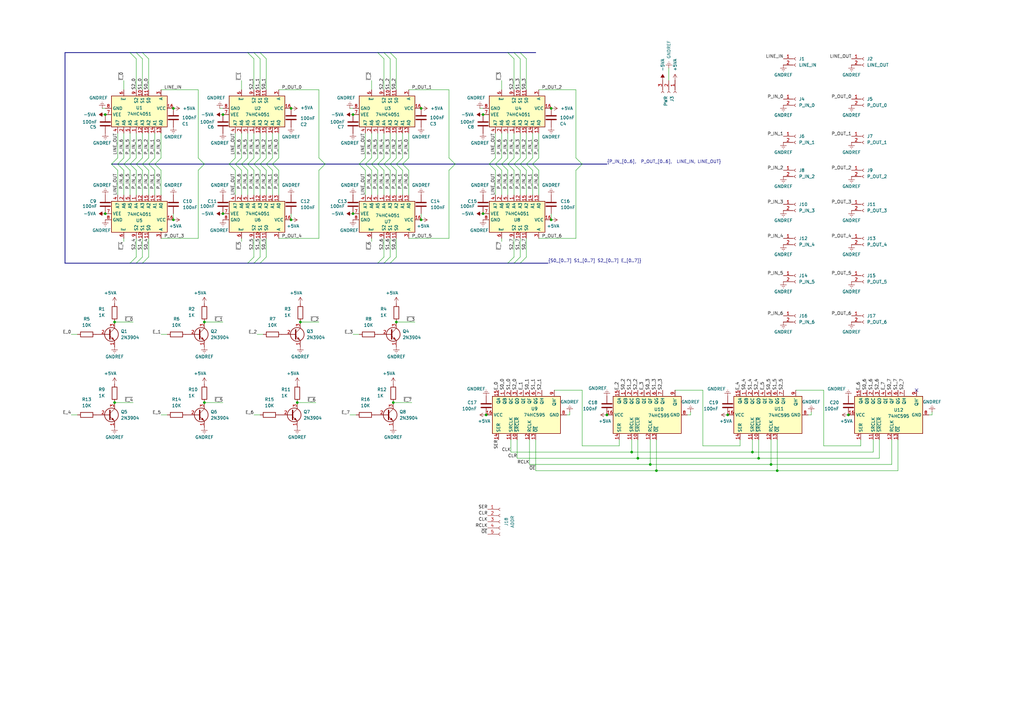
<source format=kicad_sch>
(kicad_sch (version 20231120) (generator "eeschema") (generator_version "8.0")
  (paper "A3")
  (junction (at 198.12 46.99))
  (junction (at 266.7 190.5))
  (junction (at 226.06 90.17))
  (junction (at 172.72 90.17))
  (junction (at 43.18 87.63))
  (junction (at 318.77 193.04))
  (junction (at 226.06 44.45))
  (junction (at 144.78 87.63))
  (junction (at 347.98 170.18))
  (junction (at 119.38 90.17))
  (junction (at 119.38 44.45))
  (junction (at 46.99 165.1))
  (junction (at 311.15 187.96))
  (junction (at 71.12 44.45))
  (junction (at 172.72 44.45))
  (junction (at 121.92 165.1))
  (junction (at 298.45 170.18))
  (junction (at 316.23 190.5))
  (junction (at 198.12 87.63))
  (junction (at 261.62 187.96))
  (junction (at 43.18 46.99))
  (junction (at 308.61 185.42))
  (junction (at 71.12 90.17))
  (junction (at 83.82 165.1))
  (junction (at 123.19 132.08))
  (junction (at 259.08 185.42))
  (junction (at 46.99 132.08))
  (junction (at 269.24 193.04))
  (junction (at 248.92 170.18))
  (junction (at 83.82 132.08))
  (junction (at 144.78 46.99))
  (junction (at 162.56 132.08))
  (junction (at 91.44 46.99))
  (junction (at 161.29 165.1))
  (junction (at 199.39 170.18))
  (junction (at 91.44 87.63))
  (no_connect (at 375.92 160.02))
  (bus_entry (at 104.14 67.31) (size 2.54 -2.54))
  (bus_entry (at 152.4 67.31) (size 2.54 2.54))
  (bus_entry (at 238.76 67.31) (size -2.54 -2.54))
  (bus_entry (at 50.8 67.31) (size 2.54 2.54))
  (bus_entry (at 55.88 107.95) (size 2.54 -2.54))
  (bus_entry (at 203.2 67.31) (size 2.54 -2.54))
  (bus_entry (at 210.82 67.31) (size 2.54 2.54))
  (bus_entry (at 200.66 67.31) (size 2.54 2.54))
  (bus_entry (at 186.69 67.31) (size -2.54 -2.54))
  (bus_entry (at 213.36 67.31) (size 2.54 -2.54))
  (bus_entry (at 133.35 67.31) (size -2.54 -2.54))
  (bus_entry (at 203.2 67.31) (size 2.54 2.54))
  (bus_entry (at 55.88 67.31) (size 2.54 -2.54))
  (bus_entry (at 208.28 67.31) (size 2.54 2.54))
  (bus_entry (at 58.42 67.31) (size 2.54 -2.54))
  (bus_entry (at 147.32 67.31) (size 2.54 2.54))
  (bus_entry (at 99.06 67.31) (size 2.54 2.54))
  (bus_entry (at 200.66 67.31) (size 2.54 -2.54))
  (bus_entry (at 162.56 67.31) (size 2.54 -2.54))
  (bus_entry (at 93.98 67.31) (size 2.54 2.54))
  (bus_entry (at 165.1 67.31) (size 2.54 2.54))
  (bus_entry (at 48.26 67.31) (size 2.54 2.54))
  (bus_entry (at 104.14 107.95) (size 2.54 -2.54))
  (bus_entry (at 215.9 67.31) (size 2.54 -2.54))
  (bus_entry (at 45.72 67.31) (size 2.54 -2.54))
  (bus_entry (at 58.42 67.31) (size 2.54 2.54))
  (bus_entry (at 215.9 67.31) (size 2.54 2.54))
  (bus_entry (at 186.69 67.31) (size -2.54 2.54))
  (bus_entry (at 53.34 21.59) (size 2.54 2.54))
  (bus_entry (at 213.36 21.59) (size 2.54 2.54))
  (bus_entry (at 154.94 67.31) (size 2.54 2.54))
  (bus_entry (at 160.02 67.31) (size 2.54 -2.54))
  (bus_entry (at 53.34 67.31) (size 2.54 -2.54))
  (bus_entry (at 218.44 67.31) (size 2.54 -2.54))
  (bus_entry (at 104.14 21.59) (size 2.54 2.54))
  (bus_entry (at 101.6 107.95) (size 2.54 -2.54))
  (bus_entry (at 160.02 21.59) (size 2.54 2.54))
  (bus_entry (at 63.5 67.31) (size 2.54 -2.54))
  (bus_entry (at 154.94 107.95) (size 2.54 -2.54))
  (bus_entry (at 149.86 67.31) (size 2.54 2.54))
  (bus_entry (at 147.32 67.31) (size 2.54 -2.54))
  (bus_entry (at 213.36 67.31) (size 2.54 2.54))
  (bus_entry (at 210.82 21.59) (size 2.54 2.54))
  (bus_entry (at 157.48 107.95) (size 2.54 -2.54))
  (bus_entry (at 93.98 67.31) (size 2.54 -2.54))
  (bus_entry (at 210.82 107.95) (size 2.54 -2.54))
  (bus_entry (at 48.26 67.31) (size 2.54 -2.54))
  (bus_entry (at 154.94 67.31) (size 2.54 -2.54))
  (bus_entry (at 157.48 67.31) (size 2.54 -2.54))
  (bus_entry (at 106.68 67.31) (size 2.54 -2.54))
  (bus_entry (at 55.88 21.59) (size 2.54 2.54))
  (bus_entry (at 53.34 67.31) (size 2.54 2.54))
  (bus_entry (at 45.72 67.31) (size 2.54 2.54))
  (bus_entry (at 104.14 67.31) (size 2.54 2.54))
  (bus_entry (at 133.35 67.31) (size -2.54 2.54))
  (bus_entry (at 208.28 21.59) (size 2.54 2.54))
  (bus_entry (at 106.68 67.31) (size 2.54 2.54))
  (bus_entry (at 111.76 67.31) (size 2.54 2.54))
  (bus_entry (at 63.5 67.31) (size 2.54 2.54))
  (bus_entry (at 205.74 67.31) (size 2.54 -2.54))
  (bus_entry (at 83.82 67.31) (size -2.54 2.54))
  (bus_entry (at 50.8 67.31) (size 2.54 -2.54))
  (bus_entry (at 210.82 67.31) (size 2.54 -2.54))
  (bus_entry (at 101.6 67.31) (size 2.54 2.54))
  (bus_entry (at 58.42 107.95) (size 2.54 -2.54))
  (bus_entry (at 162.56 67.31) (size 2.54 2.54))
  (bus_entry (at 213.36 107.95) (size 2.54 -2.54))
  (bus_entry (at 99.06 67.31) (size 2.54 -2.54))
  (bus_entry (at 53.34 107.95) (size 2.54 -2.54))
  (bus_entry (at 218.44 67.31) (size 2.54 2.54))
  (bus_entry (at 157.48 67.31) (size 2.54 2.54))
  (bus_entry (at 109.22 67.31) (size 2.54 -2.54))
  (bus_entry (at 208.28 107.95) (size 2.54 -2.54))
  (bus_entry (at 106.68 107.95) (size 2.54 -2.54))
  (bus_entry (at 60.96 67.31) (size 2.54 -2.54))
  (bus_entry (at 60.96 67.31) (size 2.54 2.54))
  (bus_entry (at 106.68 21.59) (size 2.54 2.54))
  (bus_entry (at 154.94 21.59) (size 2.54 2.54))
  (bus_entry (at 96.52 67.31) (size 2.54 -2.54))
  (bus_entry (at 109.22 67.31) (size 2.54 2.54))
  (bus_entry (at 238.76 67.31) (size -2.54 2.54))
  (bus_entry (at 101.6 21.59) (size 2.54 2.54))
  (bus_entry (at 96.52 67.31) (size 2.54 2.54))
  (bus_entry (at 55.88 67.31) (size 2.54 2.54))
  (bus_entry (at 160.02 107.95) (size 2.54 -2.54))
  (bus_entry (at 101.6 67.31) (size 2.54 -2.54))
  (bus_entry (at 111.76 67.31) (size 2.54 -2.54))
  (bus_entry (at 160.02 67.31) (size 2.54 2.54))
  (bus_entry (at 157.48 21.59) (size 2.54 2.54))
  (bus_entry (at 205.74 67.31) (size 2.54 2.54))
  (bus_entry (at 152.4 67.31) (size 2.54 -2.54))
  (bus_entry (at 149.86 67.31) (size 2.54 -2.54))
  (bus_entry (at 58.42 21.59) (size 2.54 2.54))
  (bus_entry (at 83.82 67.31) (size -2.54 -2.54))
  (bus_entry (at 208.28 67.31) (size 2.54 -2.54))
  (bus_entry (at 165.1 67.31) (size 2.54 -2.54))
  (wire (pts (xy 167.64 36.83) (xy 184.15 36.83)))
  (wire (pts (xy 203.2 80.01) (xy 203.2 69.85)))
  (wire (pts (xy 106.68 24.13) (xy 106.68 36.83)))
  (wire (pts (xy 368.3 193.04) (xy 368.3 180.34)))
  (bus (pts (xy 83.82 67.31) (xy 93.98 67.31)))
  (bus (pts (xy 210.82 21.59) (xy 208.28 21.59)))
  (wire (pts (xy 162.56 80.01) (xy 162.56 69.85)))
  (wire (pts (xy 29.21 137.16) (xy 31.75 137.16)))
  (wire (pts (xy 106.68 80.01) (xy 106.68 69.85)))
  (wire (pts (xy 114.3 97.79) (xy 130.81 97.79)))
  (wire (pts (xy 104.14 54.61) (xy 104.14 64.77)))
  (wire (pts (xy 162.56 105.41) (xy 162.56 97.79)))
  (wire (pts (xy 259.08 185.42) (xy 259.08 180.34)))
  (wire (pts (xy 283.21 170.18) (xy 281.94 170.18)))
  (wire (pts (xy 157.48 80.01) (xy 157.48 69.85)))
  (wire (pts (xy 63.5 54.61) (xy 63.5 64.77)))
  (wire (pts (xy 152.4 33.02) (xy 152.4 36.83)))
  (wire (pts (xy 233.68 170.18) (xy 232.41 170.18)))
  (wire (pts (xy 219.71 193.04) (xy 269.24 193.04)))
  (wire (pts (xy 170.18 132.08) (xy 162.56 132.08)))
  (wire (pts (xy 316.23 190.5) (xy 316.23 180.34)))
  (wire (pts (xy 55.88 54.61) (xy 55.88 64.77)))
  (bus (pts (xy 154.94 21.59) (xy 106.68 21.59)))
  (wire (pts (xy 66.04 170.18) (xy 68.58 170.18)))
  (wire (pts (xy 213.36 105.41) (xy 213.36 97.79)))
  (wire (pts (xy 60.96 80.01) (xy 60.96 69.85)))
  (wire (pts (xy 54.61 132.08) (xy 46.99 132.08)))
  (wire (pts (xy 50.8 80.01) (xy 50.8 69.85)))
  (bus (pts (xy 104.14 67.31) (xy 106.68 67.31)))
  (wire (pts (xy 311.15 187.96) (xy 360.68 187.96)))
  (wire (pts (xy 196.85 44.45) (xy 198.12 44.45)))
  (bus (pts (xy 208.28 67.31) (xy 210.82 67.31)))
  (wire (pts (xy 210.82 54.61) (xy 210.82 64.77)))
  (wire (pts (xy 96.52 54.61) (xy 96.52 64.77)))
  (bus (pts (xy 186.69 67.31) (xy 200.66 67.31)))
  (bus (pts (xy 26.67 107.95) (xy 53.34 107.95)))
  (wire (pts (xy 109.22 54.61) (xy 109.22 64.77)))
  (wire (pts (xy 288.29 182.88) (xy 303.53 182.88)))
  (bus (pts (xy 210.82 67.31) (xy 213.36 67.31)))
  (bus (pts (xy 60.96 67.31) (xy 63.5 67.31)))
  (bus (pts (xy 55.88 21.59) (xy 53.34 21.59)))
  (bus (pts (xy 55.88 107.95) (xy 58.42 107.95)))
  (wire (pts (xy 111.76 80.01) (xy 111.76 69.85)))
  (wire (pts (xy 54.61 165.1) (xy 46.99 165.1)))
  (wire (pts (xy 274.32 33.02) (xy 274.32 27.94)))
  (wire (pts (xy 162.56 24.13) (xy 162.56 36.83)))
  (wire (pts (xy 55.88 80.01) (xy 55.88 69.85)))
  (bus (pts (xy 208.28 21.59) (xy 160.02 21.59)))
  (bus (pts (xy 160.02 107.95) (xy 208.28 107.95)))
  (bus (pts (xy 99.06 67.31) (xy 96.52 67.31)))
  (bus (pts (xy 154.94 107.95) (xy 157.48 107.95)))
  (wire (pts (xy 213.36 54.61) (xy 213.36 64.77)))
  (bus (pts (xy 101.6 67.31) (xy 99.06 67.31)))
  (wire (pts (xy 111.76 54.61) (xy 111.76 64.77)))
  (wire (pts (xy 236.22 97.79) (xy 236.22 69.85)))
  (wire (pts (xy 266.7 190.5) (xy 316.23 190.5)))
  (wire (pts (xy 81.28 97.79) (xy 81.28 69.85)))
  (bus (pts (xy 55.88 67.31) (xy 58.42 67.31)))
  (bus (pts (xy 111.76 67.31) (xy 109.22 67.31)))
  (wire (pts (xy 101.6 80.01) (xy 101.6 69.85)))
  (bus (pts (xy 53.34 21.59) (xy 26.67 21.59)))
  (wire (pts (xy 104.14 105.41) (xy 104.14 97.79)))
  (wire (pts (xy 60.96 54.61) (xy 60.96 64.77)))
  (wire (pts (xy 58.42 54.61) (xy 58.42 64.77)))
  (bus (pts (xy 104.14 107.95) (xy 106.68 107.95)))
  (wire (pts (xy 215.9 80.01) (xy 215.9 69.85)))
  (wire (pts (xy 382.27 170.18) (xy 381 170.18)))
  (bus (pts (xy 106.68 21.59) (xy 104.14 21.59)))
  (bus (pts (xy 48.26 67.31) (xy 50.8 67.31)))
  (wire (pts (xy 337.82 182.88) (xy 353.06 182.88)))
  (wire (pts (xy 219.71 180.34) (xy 219.71 193.04)))
  (wire (pts (xy 50.8 33.02) (xy 50.8 36.83)))
  (bus (pts (xy 106.68 107.95) (xy 154.94 107.95)))
  (wire (pts (xy 114.3 80.01) (xy 114.3 69.85)))
  (bus (pts (xy 58.42 67.31) (xy 60.96 67.31)))
  (bus (pts (xy 160.02 21.59) (xy 157.48 21.59)))
  (wire (pts (xy 58.42 24.13) (xy 58.42 36.83)))
  (bus (pts (xy 104.14 67.31) (xy 101.6 67.31)))
  (wire (pts (xy 337.82 160.02) (xy 337.82 182.88)))
  (wire (pts (xy 48.26 80.01) (xy 48.26 69.85)))
  (bus (pts (xy 111.76 67.31) (xy 133.35 67.31)))
  (wire (pts (xy 217.17 190.5) (xy 266.7 190.5)))
  (wire (pts (xy 99.06 54.61) (xy 99.06 64.77)))
  (wire (pts (xy 50.8 99.06) (xy 50.8 97.79)))
  (bus (pts (xy 50.8 67.31) (xy 53.34 67.31)))
  (wire (pts (xy 130.81 36.83) (xy 130.81 64.77)))
  (wire (pts (xy 353.06 182.88) (xy 353.06 180.34)))
  (wire (pts (xy 41.91 44.45) (xy 43.18 44.45)))
  (wire (pts (xy 303.53 182.88) (xy 303.53 180.34)))
  (wire (pts (xy 332.74 168.91) (xy 332.74 170.18)))
  (wire (pts (xy 114.3 36.83) (xy 130.81 36.83)))
  (wire (pts (xy 212.09 187.96) (xy 261.62 187.96)))
  (bus (pts (xy 218.44 67.31) (xy 215.9 67.31)))
  (wire (pts (xy 50.8 54.61) (xy 50.8 64.77)))
  (wire (pts (xy 99.06 33.02) (xy 99.06 36.83)))
  (wire (pts (xy 360.68 187.96) (xy 360.68 180.34)))
  (bus (pts (xy 218.44 67.31) (xy 238.76 67.31)))
  (bus (pts (xy 53.34 107.95) (xy 55.88 107.95)))
  (wire (pts (xy 165.1 80.01) (xy 165.1 69.85)))
  (wire (pts (xy 66.04 36.83) (xy 81.28 36.83)))
  (bus (pts (xy 203.2 67.31) (xy 205.74 67.31)))
  (wire (pts (xy 238.76 160.02) (xy 238.76 182.88)))
  (wire (pts (xy 157.48 54.61) (xy 157.48 64.77)))
  (wire (pts (xy 269.24 193.04) (xy 318.77 193.04)))
  (wire (pts (xy 48.26 54.61) (xy 48.26 64.77)))
  (wire (pts (xy 104.14 170.18) (xy 106.68 170.18)))
  (wire (pts (xy 55.88 24.13) (xy 55.88 36.83)))
  (wire (pts (xy 109.22 80.01) (xy 109.22 69.85)))
  (wire (pts (xy 261.62 187.96) (xy 311.15 187.96)))
  (wire (pts (xy 205.74 33.02) (xy 205.74 36.83)))
  (bus (pts (xy 149.86 67.31) (xy 147.32 67.31)))
  (bus (pts (xy 219.71 21.59) (xy 213.36 21.59)))
  (wire (pts (xy 220.98 97.79) (xy 236.22 97.79)))
  (wire (pts (xy 365.76 190.5) (xy 365.76 180.34)))
  (wire (pts (xy 318.77 193.04) (xy 368.3 193.04)))
  (bus (pts (xy 210.82 107.95) (xy 213.36 107.95)))
  (wire (pts (xy 238.76 182.88) (xy 254 182.88)))
  (wire (pts (xy 236.22 36.83) (xy 236.22 64.77)))
  (wire (pts (xy 220.98 54.61) (xy 220.98 64.77)))
  (wire (pts (xy 210.82 24.13) (xy 210.82 36.83)))
  (wire (pts (xy 316.23 190.5) (xy 365.76 190.5)))
  (wire (pts (xy 99.06 99.06) (xy 99.06 97.79)))
  (wire (pts (xy 144.78 137.16) (xy 147.32 137.16)))
  (wire (pts (xy 226.06 87.63) (xy 226.06 90.17)))
  (bus (pts (xy 96.52 67.31) (xy 93.98 67.31)))
  (wire (pts (xy 160.02 105.41) (xy 160.02 97.79)))
  (wire (pts (xy 215.9 105.41) (xy 215.9 97.79)))
  (wire (pts (xy 212.09 180.34) (xy 212.09 187.96)))
  (wire (pts (xy 143.51 44.45) (xy 144.78 44.45)))
  (wire (pts (xy 227.33 160.02) (xy 238.76 160.02)))
  (wire (pts (xy 55.88 105.41) (xy 55.88 97.79)))
  (wire (pts (xy 259.08 185.42) (xy 308.61 185.42)))
  (wire (pts (xy 66.04 97.79) (xy 81.28 97.79)))
  (wire (pts (xy 220.98 80.01) (xy 220.98 69.85)))
  (wire (pts (xy 172.72 87.63) (xy 172.72 90.17)))
  (wire (pts (xy 106.68 54.61) (xy 106.68 64.77)))
  (wire (pts (xy 60.96 105.41) (xy 60.96 97.79)))
  (wire (pts (xy 283.21 168.91) (xy 283.21 170.18)))
  (wire (pts (xy 152.4 99.06) (xy 152.4 97.79)))
  (wire (pts (xy 210.82 80.01) (xy 210.82 69.85)))
  (wire (pts (xy 332.74 170.18) (xy 331.47 170.18)))
  (wire (pts (xy 104.14 80.01) (xy 104.14 69.85)))
  (wire (pts (xy 184.15 36.83) (xy 184.15 64.77)))
  (wire (pts (xy 210.82 105.41) (xy 210.82 97.79)))
  (wire (pts (xy 233.68 168.91) (xy 233.68 170.18)))
  (wire (pts (xy 326.39 160.02) (xy 337.82 160.02)))
  (wire (pts (xy 215.9 54.61) (xy 215.9 64.77)))
  (wire (pts (xy 209.55 180.34) (xy 209.55 185.42)))
  (wire (pts (xy 203.2 54.61) (xy 203.2 64.77)))
  (bus (pts (xy 58.42 107.95) (xy 101.6 107.95)))
  (bus (pts (xy 26.67 21.59) (xy 26.67 107.95)))
  (bus (pts (xy 157.48 21.59) (xy 154.94 21.59)))
  (wire (pts (xy 58.42 105.41) (xy 58.42 97.79)))
  (wire (pts (xy 129.54 165.1) (xy 121.92 165.1)))
  (wire (pts (xy 105.41 137.16) (xy 107.95 137.16)))
  (wire (pts (xy 106.68 105.41) (xy 106.68 97.79)))
  (bus (pts (xy 63.5 67.31) (xy 83.82 67.31)))
  (bus (pts (xy 45.72 67.31) (xy 48.26 67.31)))
  (wire (pts (xy 217.17 180.34) (xy 217.17 190.5)))
  (wire (pts (xy 308.61 185.42) (xy 358.14 185.42)))
  (wire (pts (xy 160.02 24.13) (xy 160.02 36.83)))
  (wire (pts (xy 130.81 97.79) (xy 130.81 69.85)))
  (wire (pts (xy 269.24 193.04) (xy 269.24 180.34)))
  (bus (pts (xy 208.28 107.95) (xy 210.82 107.95)))
  (bus (pts (xy 248.92 67.31) (xy 238.76 67.31)))
  (wire (pts (xy 53.34 80.01) (xy 53.34 69.85)))
  (bus (pts (xy 157.48 107.95) (xy 160.02 107.95)))
  (wire (pts (xy 60.96 24.13) (xy 60.96 36.83)))
  (wire (pts (xy 184.15 97.79) (xy 184.15 69.85)))
  (wire (pts (xy 160.02 80.01) (xy 160.02 69.85)))
  (wire (pts (xy 208.28 80.01) (xy 208.28 69.85)))
  (bus (pts (xy 149.86 67.31) (xy 152.4 67.31)))
  (wire (pts (xy 96.52 80.01) (xy 96.52 69.85)))
  (wire (pts (xy 66.04 137.16) (xy 68.58 137.16)))
  (wire (pts (xy 167.64 97.79) (xy 184.15 97.79)))
  (wire (pts (xy 213.36 24.13) (xy 213.36 36.83)))
  (wire (pts (xy 91.44 165.1) (xy 83.82 165.1)))
  (bus (pts (xy 104.14 21.59) (xy 101.6 21.59)))
  (wire (pts (xy 167.64 54.61) (xy 167.64 64.77)))
  (wire (pts (xy 288.29 160.02) (xy 288.29 182.88)))
  (wire (pts (xy 58.42 80.01) (xy 58.42 69.85)))
  (wire (pts (xy 149.86 80.01) (xy 149.86 69.85)))
  (wire (pts (xy 99.06 80.01) (xy 99.06 69.85)))
  (wire (pts (xy 157.48 105.41) (xy 157.48 97.79)))
  (wire (pts (xy 254 182.88) (xy 254 180.34)))
  (bus (pts (xy 213.36 21.59) (xy 210.82 21.59)))
  (wire (pts (xy 215.9 24.13) (xy 215.9 36.83)))
  (bus (pts (xy 157.48 67.31) (xy 154.94 67.31)))
  (wire (pts (xy 119.38 87.63) (xy 119.38 90.17)))
  (wire (pts (xy 109.22 105.41) (xy 109.22 97.79)))
  (wire (pts (xy 114.3 54.61) (xy 114.3 64.77)))
  (bus (pts (xy 215.9 67.31) (xy 213.36 67.31)))
  (bus (pts (xy 160.02 67.31) (xy 157.48 67.31)))
  (bus (pts (xy 165.1 67.31) (xy 186.69 67.31)))
  (wire (pts (xy 104.14 24.13) (xy 104.14 36.83)))
  (wire (pts (xy 71.12 87.63) (xy 71.12 90.17)))
  (wire (pts (xy 205.74 54.61) (xy 205.74 64.77)))
  (wire (pts (xy 152.4 54.61) (xy 152.4 64.77)))
  (wire (pts (xy 143.51 170.18) (xy 146.05 170.18)))
  (wire (pts (xy 66.04 54.61) (xy 66.04 64.77)))
  (wire (pts (xy 276.86 160.02) (xy 288.29 160.02)))
  (bus (pts (xy 101.6 21.59) (xy 58.42 21.59)))
  (bus (pts (xy 109.22 67.31) (xy 106.68 67.31)))
  (bus (pts (xy 53.34 67.31) (xy 55.88 67.31)))
  (wire (pts (xy 130.81 132.08) (xy 123.19 132.08)))
  (bus (pts (xy 101.6 107.95) (xy 104.14 107.95)))
  (wire (pts (xy 101.6 54.61) (xy 101.6 64.77)))
  (wire (pts (xy 261.62 187.96) (xy 261.62 180.34)))
  (bus (pts (xy 162.56 67.31) (xy 160.02 67.31)))
  (wire (pts (xy 149.86 54.61) (xy 149.86 64.77)))
  (wire (pts (xy 157.48 24.13) (xy 157.48 36.83)))
  (wire (pts (xy 205.74 99.06) (xy 205.74 97.79)))
  (wire (pts (xy 53.34 54.61) (xy 53.34 64.77)))
  (wire (pts (xy 167.64 80.01) (xy 167.64 69.85)))
  (wire (pts (xy 154.94 80.01) (xy 154.94 69.85)))
  (wire (pts (xy 358.14 185.42) (xy 358.14 180.34)))
  (wire (pts (xy 154.94 54.61) (xy 154.94 64.77)))
  (wire (pts (xy 318.77 193.04) (xy 318.77 180.34)))
  (wire (pts (xy 208.28 54.61) (xy 208.28 64.77)))
  (wire (pts (xy 205.74 80.01) (xy 205.74 69.85)))
  (wire (pts (xy 218.44 80.01) (xy 218.44 69.85)))
  (wire (pts (xy 165.1 54.61) (xy 165.1 64.77)))
  (wire (pts (xy 152.4 80.01) (xy 152.4 69.85)))
  (wire (pts (xy 220.98 36.83) (xy 236.22 36.83)))
  (wire (pts (xy 91.44 132.08) (xy 83.82 132.08)))
  (wire (pts (xy 209.55 185.42) (xy 259.08 185.42)))
  (wire (pts (xy 29.21 170.18) (xy 31.75 170.18)))
  (bus (pts (xy 213.36 107.95) (xy 224.79 107.95)))
  (wire (pts (xy 308.61 185.42) (xy 308.61 180.34)))
  (bus (pts (xy 58.42 21.59) (xy 55.88 21.59)))
  (wire (pts (xy 213.36 80.01) (xy 213.36 69.85)))
  (wire (pts (xy 160.02 54.61) (xy 160.02 64.77)))
  (wire (pts (xy 162.56 54.61) (xy 162.56 64.77)))
  (wire (pts (xy 218.44 54.61) (xy 218.44 64.77)))
  (bus (pts (xy 200.66 67.31) (xy 203.2 67.31)))
  (wire (pts (xy 81.28 36.83) (xy 81.28 64.77)))
  (bus (pts (xy 208.28 67.31) (xy 205.74 67.31)))
  (bus (pts (xy 133.35 67.31) (xy 147.32 67.31)))
  (wire (pts (xy 382.27 168.91) (xy 382.27 170.18)))
  (wire (pts (xy 311.15 187.96) (xy 311.15 180.34)))
  (wire (pts (xy 63.5 80.01) (xy 63.5 69.85)))
  (bus (pts (xy 162.56 67.31) (xy 165.1 67.31)))
  (wire (pts (xy 266.7 190.5) (xy 266.7 180.34)))
  (wire (pts (xy 109.22 24.13) (xy 109.22 36.83)))
  (wire (pts (xy 66.04 80.01) (xy 66.04 69.85)))
  (bus (pts (xy 152.4 67.31) (xy 154.94 67.31)))
  (wire (pts (xy 90.17 44.45) (xy 91.44 44.45)))
  (wire (pts (xy 168.91 165.1) (xy 161.29 165.1)))
  (label "LINE_OUT" (at 96.52 63.5 90))
  (label "P_IN_3" (at 106.68 63.5 90))
  (label "E_5" (at 66.04 170.18 180))
  (label "E_1" (at 66.04 137.16 180))
  (label "S0_2" (at 256.54 160.02 90))
  (label "S2_5" (at 104.14 97.79 270))
  (label "E_0" (at 204.47 160.02 90))
  (label "LINE_OUT" (at 149.86 63.5 90))
  (label "P_IN_2" (at 215.9 63.5 90))
  (label "S0_6" (at 355.6 160.02 90))
  (label "E_5" (at 313.69 160.02 90))
  (label "P_IN_0" (at 167.64 63.5 90))
  (label "P_IN_3" (at 160.02 63.5 90))
  (label "~{E_0}" (at 54.61 132.08 180))
  (label "S0_7" (at 365.76 160.02 90))
  (label "RCLK" (at 217.17 190.5 180))
  (label "E_4" (at 29.21 170.18 180))
  (label "S2_3" (at 210.82 36.83 90))
  (label "P_IN_5" (at 53.34 63.5 90))
  (label "P_OUT_5" (at 349.25 113.03 180))
  (label "S1_5" (at 318.77 160.02 90))
  (label "S0_7" (at 215.9 97.79 270))
  (label "S0_0" (at 60.96 36.83 90))
  (label "E_1" (at 214.63 160.02 90))
  (label "~{E_7}" (at 205.74 99.06 270))
  (label "P_OUT_4" (at 349.25 97.79 180))
  (label "LINE_IN" (at 321.31 24.13 180))
  (label "S2_7" (at 370.84 160.02 90))
  (label "S2_6" (at 360.68 160.02 90))
  (label "E_3" (at 264.16 160.02 90))
  (label "LINE_OUT" (at 48.26 63.5 90))
  (label "S1_7" (at 213.36 97.79 270))
  (label "S1_6" (at 358.14 160.02 90))
  (label "SER" (at 200.025 208.915 180))
  (label "E_2" (at 254 160.02 90))
  (label "E_2" (at 105.41 137.16 180))
  (label "P_IN_6" (at 50.8 63.5 90))
  (label "P_IN_6" (at 205.74 71.12 270))
  (label "~{E_5}" (at 99.06 99.06 270))
  (label "P_IN_6" (at 152.4 63.5 90))
  (label "P_IN_2" (at 60.96 71.12 270))
  (label "~{E_3}" (at 205.74 33.02 90))
  (label "P_IN_6" (at 99.06 71.12 270))
  (label "P_IN_6" (at 152.4 71.12 270))
  (label "S2_0" (at 55.88 36.83 90))
  (label "S1_0" (at 209.55 160.02 90))
  (label "S1_7" (at 368.3 160.02 90))
  (label "P_IN_4" (at 104.14 71.12 270))
  (label "P_IN_3" (at 213.36 63.5 90))
  (label "P_IN_5" (at 154.94 71.12 270))
  (label "P_IN_2" (at 109.22 63.5 90))
  (label "S2_2" (at 261.62 160.02 90))
  (label "E_0" (at 29.21 137.16 180))
  (label "P_IN_2" (at 321.31 69.85 180))
  (label "{S0_[0..7] S1_[0..7] S2_[0..7] E_[0..7]}" (at 224.79 107.95 0))
  (label "P_IN_3" (at 213.36 71.12 270))
  (label "S2_3" (at 271.78 160.02 90))
  (label "E_6" (at 353.06 160.02 90))
  (label "S0_4" (at 306.07 160.02 90))
  (label "CLK" (at 209.55 185.42 180))
  (label "P_IN_5" (at 101.6 71.12 270))
  (label "S2_6" (at 157.48 97.79 270))
  (label "LINE_OUT" (at 48.26 71.12 270))
  (label "S1_4" (at 308.61 160.02 90))
  (label "P_IN_5" (at 154.94 63.5 90))
  (label "S1_1" (at 106.68 36.83 90))
  (label "P_IN_2" (at 109.22 71.12 270))
  (label "P_IN_2" (at 162.56 63.5 90))
  (label "S2_1" (at 104.14 36.83 90))
  (label "P_IN_5" (at 321.31 113.03 180))
  (label "LINE_OUT" (at 203.2 63.5 90))
  (label "S2_5" (at 321.31 160.02 90))
  (label "P_OUT_0" (at 115.57 36.83 0))
  (label "P_OUT_6" (at 222.25 97.79 0))
  (label "S2_7" (at 210.82 97.79 270))
  (label "P_OUT_3" (at 349.25 83.82 180))
  (label "P_OUT_2" (at 222.25 36.83 0))
  (label "S2_2" (at 157.48 36.83 90))
  (label "P_IN_4" (at 104.14 63.5 90))
  (label "P_OUT_1" (at 168.91 36.83 0))
  (label "P_IN_0" (at 66.04 71.12 270))
  (label "~{OE}" (at 200.025 219.075 180))
  (label "P_IN_4" (at 55.88 71.12 270))
  (label "S2_1" (at 222.25 160.02 90))
  (label "S1_0" (at 58.42 36.83 90))
  (label "P_IN_3" (at 160.02 71.12 270))
  (label "P_IN_1" (at 218.44 63.5 90))
  (label "CLK" (at 200.025 213.995 180))
  (label "S0_5" (at 316.23 160.02 90))
  (label "S1_4" (at 58.42 97.79 270))
  (label "P_OUT_0" (at 349.25 40.64 180))
  (label "S1_5" (at 106.68 97.79 270))
  (label "P_IN_5" (at 101.6 63.5 90))
  (label "P_IN_6" (at 321.31 129.54 180))
  (label "~{OE}" (at 219.71 193.04 180))
  (label "S0_5" (at 109.22 97.79 270))
  (label "P_IN_4" (at 157.48 63.5 90))
  (label "S2_0" (at 212.09 160.02 90))
  (label "~{E_1}" (at 99.06 33.02 90))
  (label "P_IN_1" (at 165.1 71.12 270))
  (label "P_OUT_3" (at 67.31 97.79 0))
  (label "P_IN_0" (at 114.3 71.12 270))
  (label "P_IN_1" (at 63.5 71.12 270))
  (label "S2_4" (at 55.88 97.79 270))
  (label "P_IN_2" (at 60.96 63.5 90))
  (label "SER" (at 204.47 180.34 270))
  (label "P_IN_1" (at 111.76 63.5 90))
  (label "S0_2" (at 162.56 36.83 90))
  (label "P_IN_6" (at 99.06 63.5 90))
  (label "RCLK" (at 200.025 216.535 180))
  (label "~{E_6}" (at 129.54 165.1 180))
  (label "S1_2" (at 259.08 160.02 90))
  (label "LINE_OUT" (at 349.25 24.13 180))
  (label "~{E_4}" (at 50.8 99.06 270))
  (label "P_IN_5" (at 53.34 71.12 270))
  (label "P_IN_3" (at 106.68 71.12 270))
  (label "S0_0" (at 207.01 160.02 90))
  (label "S0_6" (at 162.56 97.79 270))
  (label "P_IN_1" (at 165.1 63.5 90))
  (label "P_IN_6" (at 50.8 71.12 270))
  (label "CLR" (at 212.09 187.96 180))
  (label "P_IN_0" (at 167.64 71.12 270))
  (label "E_4" (at 303.53 160.02 90))
  (label "E_6" (at 104.14 170.18 180))
  (label "S1_3" (at 269.24 160.02 90))
  (label "P_IN_0" (at 66.04 63.5 90))
  (label "~{E_6}" (at 152.4 99.06 270))
  (label "S0_3" (at 215.9 36.83 90))
  (label "~{E_4}" (at 54.61 165.1 180))
  (label "S0_4" (at 60.96 97.79 270))
  (label "S1_2" (at 160.02 36.83 90))
  (label "LINE_OUT" (at 96.52 71.12 270))
  (label "~{E_7}" (at 168.91 165.1 180))
  (label "P_IN_6" (at 205.74 63.5 90))
  (label "CLR" (at 200.025 211.455 180))
  (label "E_3" (at 144.78 137.16 180))
  (label "P_IN_5" (at 208.28 63.5 90))
  (label "P_OUT_1" (at 349.25 55.88 180))
  (label "LINE_OUT" (at 203.2 71.12 270))
  (label "P_IN_1" (at 63.5 63.5 90))
  (label "P_IN_1" (at 218.44 71.12 270))
  (label "P_OUT_6" (at 349.25 129.54 180))
  (label "LINE_IN" (at 67.31 36.83 0))
  (label "P_IN_1" (at 321.31 55.88 180))
  (label "{P_IN_[0..6],  P_OUT_[0..6],  LINE_IN, LINE_OUT}" (at 248.92 67.31 0))
  (label "P_IN_3" (at 58.42 71.12 270))
  (label "S0_1" (at 109.22 36.83 90))
  (label "~{E_5}" (at 91.44 165.1 180))
  (label "P_IN_4" (at 321.31 97.79 180))
  (label "P_IN_2" (at 162.56 71.12 270))
  (label "~{E_2}" (at 152.4 33.02 90))
  (label "P_IN_3" (at 58.42 63.5 90))
  (label "P_OUT_2" (at 349.25 69.85 180))
  (label "S1_3" (at 213.36 36.83 90))
  (label "S2_4" (at 311.15 160.02 90))
  (label "E_7" (at 363.22 160.02 90))
  (label "P_IN_3" (at 321.31 83.82 180))
  (label "P_IN_1" (at 111.76 71.12 270))
  (label "LINE_OUT" (at 149.86 71.12 270))
  (label "~{E_3}" (at 170.18 132.08 180))
  (label "P_IN_5" (at 208.28 71.12 270))
  (label "P_IN_4" (at 210.82 63.5 90))
  (label "S1_1" (at 219.71 160.02 90))
  (label "~{E_1}" (at 91.44 132.08 180))
  (label "E_7" (at 143.51 170.18 180))
  (label "P_IN_0" (at 220.98 71.12 270))
  (label "P_IN_4" (at 210.82 71.12 270))
  (label "S0_1" (at 217.17 160.02 90))
  (label "P_OUT_4" (at 115.57 97.79 0))
  (label "~{E_0}" (at 50.8 33.02 90))
  (label "S1_6" (at 160.02 97.79 270))
  (label "P_IN_0" (at 321.31 40.64 180))
  (label "P_IN_4" (at 55.88 63.5 90))
  (label "~{E_2}" (at 130.81 132.08 180))
  (label "P_OUT_5" (at 168.91 97.79 0))
  (label "P_IN_0" (at 114.3 63.5 90))
  (label "S0_3" (at 266.7 160.02 90))
  (label "P_IN_0" (at 220.98 63.5 90))
  (label "P_IN_2" (at 215.9 71.12 270))
  (label "P_IN_4" (at 157.48 71.12 270))
  (symbol (lib_id "power:+5VA") (at 71.12 44.45 270) (mirror x) (unit 1)
    (property "Reference" "#PWR09" (effects (hide yes)))
    (property "Value" "+5VA" (at 74.93 44.45 90) (effects (justify left)))
    (property "Description" "Power symbol creates a global label with name \"+5VA\"" (effects (hide yes)))
  )
  (symbol (lib_id "Device:R") (at 151.13 137.16 90) (unit 1)
    (property "Reference" "R8" (at 151.13 130.81 90))
    (property "Value" "10K" (at 151.13 133.35 90))
    (property "Footprint" "Resistor_THT:R_Axial_DIN0207_L6.3mm_D2.5mm_P7.62mm_Horizontal" (effects (hide yes)))
  )
  (symbol (lib_id "Device:R") (at 123.19 128.27 0) (unit 1)
    (property "Reference" "R3" (at 116.586 126.746 0) (effects (justify left)))
    (property "Value" "1K" (at 116.586 129.286 0) (effects (justify left)))
    (property "Footprint" "Resistor_THT:R_Axial_DIN0207_L6.3mm_D2.5mm_P7.62mm_Horizontal" (effects (hide yes)))
  )
  (symbol (lib_id "power:GNDREF") (at 119.38 80.01 180) (unit 1)
    (property "Reference" "#PWR035" (effects (hide yes)))
    (property "Value" "GNDREF" (at 119.38 75.946 0))
    (property "Description" "Power symbol creates a global label with name \"GNDREF\" , reference supply ground" (effects (hide yes)))
  )
  (symbol (lib_id "Device:R") (at 111.76 137.16 90) (unit 1)
    (property "Reference" "R7" (at 111.76 130.81 90))
    (property "Value" "10K" (at 111.76 133.35 90))
    (property "Footprint" "Resistor_THT:R_Axial_DIN0207_L6.3mm_D2.5mm_P7.62mm_Horizontal" (effects (hide yes)))
  )
  (symbol (lib_id "power:GNDREF") (at 321.31 86.36 0) (unit 1)
    (property "Reference" "#PWR041" (effects (hide yes)))
    (property "Value" "GNDREF" (at 321.31 90.424 0))
    (property "Description" "Power symbol creates a global label with name \"GNDREF\" , reference supply ground" (effects (hide yes)))
  )
  (symbol (lib_id "Device:C") (at 71.12 83.82 0) (unit 1)
    (property "Reference" "C10" (at 74.93 82.5499 0) (effects (justify left)))
    (property "Value" "100nF" (at 74.93 85.0899 0) (effects (justify left)))
    (property "Footprint" "Capacitor_THT:C_Disc_D4.3mm_W1.9mm_P5.00mm" (effects (hide yes)))
    (property "Description" "Unpolarized capacitor" (effects (hide yes)))
  )
  (symbol (lib_id "power:GNDREF") (at 46.99 142.24 0) (unit 1)
    (property "Reference" "#PWR067" (effects (hide yes)))
    (property "Value" "GNDREF" (at 46.99 146.304 0))
    (property "Description" "Power symbol creates a global label with name \"GNDREF\" , reference supply ground" (effects (hide yes)))
  )
  (symbol (lib_id "74xx:74HC595") (at 363.22 170.18 90) (unit 1)
    (property "Reference" "U12" (at 368.554 168.148 90))
    (property "Value" "74HC595" (at 368.554 170.688 90))
    (property "Footprint" "Package_DIP:DIP-16_W7.62mm_LongPads" (effects (hide yes)))
    (property "Datasheet" "http://www.ti.com/lit/ds/symlink/sn74hc595.pdf" (effects (hide yes)))
    (property "Description" "8-bit serial in/out Shift Register 3-State Outputs" (effects (hide yes)))
  )
  (symbol (lib_id "power:GNDREF") (at 41.91 44.45 0) (mirror x) (unit 1)
    (property "Reference" "#PWR08" (effects (hide yes)))
    (property "Value" "GNDREF" (at 40.386 40.132 0))
    (property "Description" "Power symbol creates a global label with name \"GNDREF\" , reference supply ground" (effects (hide yes)))
  )
  (symbol (lib_id "power:GNDREF") (at 71.12 52.07 0) (mirror y) (unit 1)
    (property "Reference" "#PWR020" (effects (hide yes)))
    (property "Value" "GNDREF" (at 71.12 56.134 0))
    (property "Description" "Power symbol creates a global label with name \"GNDREF\" , reference supply ground" (effects (hide yes)))
  )
  (symbol (lib_id "74xx:74HC4051") (at 213.36 44.45 270) (unit 1)
    (property "Reference" "U4" (at 212.598 44.45 90))
    (property "Value" "74HC4051" (at 212.598 46.99 90))
    (property "Footprint" "Package_DIP:DIP-16_W7.62mm_LongPads" (effects (hide yes)))
    (property "Datasheet" "http://www.ti.com/lit/ds/symlink/cd74hc4051.pdf" (effects (hide yes)))
    (property "Description" "8-channel analog multiplexer/demultiplexer, DIP-16/SOIC-16/TSSOP-16" (effects (hide yes)))
  )
  (symbol (lib_id "power:GNDREF") (at 172.72 52.07 0) (mirror y) (unit 1)
    (property "Reference" "#PWR022" (effects (hide yes)))
    (property "Value" "GNDREF" (at 172.72 56.134 0))
    (property "Description" "Power symbol creates a global label with name \"GNDREF\" , reference supply ground" (effects (hide yes)))
  )
  (symbol (lib_id "power:GNDREF") (at 199.39 162.56 0) (mirror x) (unit 1)
    (property "Reference" "#PWR076" (effects (hide yes)))
    (property "Value" "GNDREF" (at 195.326 159.512 0))
    (property "Description" "Power symbol creates a global label with name \"GNDREF\" , reference supply ground" (effects (hide yes)))
  )
  (symbol (lib_id "power:GNDREF") (at 226.06 52.07 0) (mirror y) (unit 1)
    (property "Reference" "#PWR023" (effects (hide yes)))
    (property "Value" "GNDREF" (at 226.06 56.134 0))
    (property "Description" "Power symbol creates a global label with name \"GNDREF\" , reference supply ground" (effects (hide yes)))
  )
  (symbol (lib_id "Device:C") (at 119.38 83.82 0) (unit 1)
    (property "Reference" "C12" (at 123.19 82.5499 0) (effects (justify left)))
    (property "Value" "100nF" (at 123.19 85.0899 0) (effects (justify left)))
    (property "Footprint" "Capacitor_THT:C_Disc_D4.3mm_W1.9mm_P5.00mm" (effects (hide yes)))
    (property "Description" "Unpolarized capacitor" (effects (hide yes)))
  )
  (symbol (lib_id "power:GNDREF") (at 161.29 175.26 0) (unit 1)
    (property "Reference" "#PWR075" (effects (hide yes)))
    (property "Value" "GNDREF" (at 161.29 179.324 0))
    (property "Description" "Power symbol creates a global label with name \"GNDREF\" , reference supply ground" (effects (hide yes)))
  )
  (symbol (lib_id "power:+5V") (at 83.82 124.46 0) (unit 1)
    (property "Reference" "#PWR059" (effects (hide yes)))
    (property "Value" "+5VA" (at 82.042 120.142 0))
  )
  (symbol (lib_id "power:GNDREF") (at 349.25 26.67 0) (unit 1)
    (property "Reference" "#PWR02" (effects (hide yes)))
    (property "Value" "GNDREF" (at 349.25 30.734 0))
    (property "Description" "Power symbol creates a global label with name \"GNDREF\" , reference supply ground" (effects (hide yes)))
  )
  (symbol (lib_id "74xx:74HC595") (at 264.16 170.18 90) (unit 1)
    (property "Reference" "U10" (at 270.256 167.894 90))
    (property "Value" "74HC595" (at 270.256 170.434 90))
    (property "Footprint" "Package_DIP:DIP-16_W7.62mm_LongPads" (effects (hide yes)))
    (property "Datasheet" "http://www.ti.com/lit/ds/symlink/sn74hc595.pdf" (effects (hide yes)))
    (property "Description" "8-bit serial in/out Shift Register 3-State Outputs" (effects (hide yes)))
  )
  (symbol (lib_id "power:+5VA") (at 226.06 44.45 270) (mirror x) (unit 1)
    (property "Reference" "#PWR015" (effects (hide yes)))
    (property "Value" "+5VA" (at 229.87 44.45 90) (effects (justify left)))
    (property "Description" "Power symbol creates a global label with name \"+5VA\"" (effects (hide yes)))
  )
  (symbol (lib_id "power:GNDREF") (at 91.44 54.61 0) (mirror y) (unit 1)
    (property "Reference" "#PWR025" (effects (hide yes)))
    (property "Value" "GNDREF" (at 90.17 58.674 0))
    (property "Description" "Power symbol creates a global label with name \"GNDREF\" , reference supply ground" (effects (hide yes)))
  )
  (symbol (lib_id "power:GNDREF") (at 162.56 142.24 0) (unit 1)
    (property "Reference" "#PWR064" (effects (hide yes)))
    (property "Value" "GNDREF" (at 162.56 146.304 0))
    (property "Description" "Power symbol creates a global label with name \"GNDREF\" , reference supply ground" (effects (hide yes)))
  )
  (symbol (lib_id "power:GNDREF") (at 196.85 44.45 0) (mirror x) (unit 1)
    (property "Reference" "#PWR014" (effects (hide yes)))
    (property "Value" "GNDREF" (at 195.326 40.132 0))
    (property "Description" "Power symbol creates a global label with name \"GNDREF\" , reference supply ground" (effects (hide yes)))
  )
  (symbol (lib_id "power:+5V") (at 46.99 124.46 0) (unit 1)
    (property "Reference" "#PWR058" (effects (hide yes)))
    (property "Value" "+5VA" (at 45.212 120.142 0))
  )
  (symbol (lib_id "74xx:74HC4051") (at 213.36 90.17 270) (mirror x) (unit 1)
    (property "Reference" "U8" (at 212.09 90.17 90))
    (property "Value" "74HC4051" (at 212.09 87.63 90))
    (property "Footprint" "Package_DIP:DIP-16_W7.62mm_LongPads" (effects (hide yes)))
    (property "Datasheet" "http://www.ti.com/lit/ds/symlink/cd74hc4051.pdf" (effects (hide yes)))
    (property "Description" "8-channel analog multiplexer/demultiplexer, DIP-16/SOIC-16/TSSOP-16" (effects (hide yes)))
  )
  (symbol (lib_id "power:GNDREF") (at 144.78 54.61 0) (mirror y) (unit 1)
    (property "Reference" "#PWR026" (effects (hide yes)))
    (property "Value" "GNDREF" (at 143.51 58.674 0))
    (property "Description" "Power symbol creates a global label with name \"GNDREF\" , reference supply ground" (effects (hide yes)))
  )
  (symbol (lib_id "power:GNDREF") (at 298.45 162.56 0) (mirror x) (unit 1)
    (property "Reference" "#PWR080" (effects (hide yes)))
    (property "Value" "GNDREF" (at 293.878 159.512 0))
    (property "Description" "Power symbol creates a global label with name \"GNDREF\" , reference supply ground" (effects (hide yes)))
  )
  (symbol (lib_id "Device:C") (at 172.72 48.26 0) (mirror x) (unit 1)
    (property "Reference" "C3" (at 176.276 50.8 0) (effects (justify left)))
    (property "Value" "100nF" (at 176.276 48.26 0) (effects (justify left)))
    (property "Footprint" "Capacitor_THT:C_Disc_D4.3mm_W1.9mm_P5.00mm" (effects (hide yes)))
    (property "Description" "Unpolarized capacitor" (effects (hide yes)))
  )
  (symbol (lib_id "power:-5VA") (at 144.78 46.99 90) (unit 1)
    (property "Reference" "#PWR018" (effects (hide yes)))
    (property "Value" "-5VA" (at 140.97 46.9899 90) (effects (justify left)))
    (property "Description" "Power symbol creates a global label with name \"-5VA\"" (effects (hide yes)))
  )
  (symbol (lib_id "Device:R") (at 121.92 161.29 0) (unit 1)
    (property "Reference" "R11" (at 115.316 159.766 0) (effects (justify left)))
    (property "Value" "1K" (at 115.316 162.306 0) (effects (justify left)))
    (property "Footprint" "Resistor_THT:R_Axial_DIN0207_L6.3mm_D2.5mm_P7.62mm_Horizontal" (effects (hide yes)))
  )
  (symbol (lib_id "Device:C") (at 91.44 50.8 0) (mirror x) (unit 1)
    (property "Reference" "C6" (at 85.09 52.07 0) (effects (justify left)))
    (property "Value" "100nF" (at 82.042 50.038 0) (effects (justify left)))
    (property "Footprint" "Capacitor_THT:C_Disc_D4.3mm_W1.9mm_P5.00mm" (effects (hide yes)))
    (property "Description" "Unpolarized capacitor" (effects (hide yes)))
  )
  (symbol (lib_id "power:GNDREF") (at 349.25 100.33 0) (unit 1)
    (property "Reference" "#PWR031" (effects (hide yes)))
    (property "Value" "GNDREF" (at 349.25 104.394 0))
    (property "Description" "Power symbol creates a global label with name \"GNDREF\" , reference supply ground" (effects (hide yes)))
  )
  (symbol (lib_id "power:+5VA") (at 71.12 90.17 270) (unit 1)
    (property "Reference" "#PWR047" (effects (hide yes)))
    (property "Value" "+5VA" (at 69.342 92.71 90) (effects (justify left)))
    (property "Description" "Power symbol creates a global label with name \"+5VA\"" (effects (hide yes)))
  )
  (symbol (lib_id "power:GNDREF") (at 121.92 175.26 0) (unit 1)
    (property "Reference" "#PWR074" (effects (hide yes)))
    (property "Value" "GNDREF" (at 121.92 179.324 0))
    (property "Description" "Power symbol creates a global label with name \"GNDREF\" , reference supply ground" (effects (hide yes)))
  )
  (symbol (lib_id "power:GNDREF") (at 91.44 80.01 180) (unit 1)
    (property "Reference" "#PWR034" (effects (hide yes)))
    (property "Value" "GNDREF" (at 90.17 75.946 0))
    (property "Description" "Power symbol creates a global label with name \"GNDREF\" , reference supply ground" (effects (hide yes)))
  )
  (symbol (lib_id "power:+5V") (at 161.29 157.48 0) (unit 1)
    (property "Reference" "#PWR071" (effects (hide yes)))
    (property "Value" "+5VA" (at 159.512 153.162 0))
  )
  (symbol (lib_id "Device:C") (at 226.06 48.26 0) (mirror x) (unit 1)
    (property "Reference" "C4" (at 229.616 50.8 0) (effects (justify left)))
    (property "Value" "100nF" (at 229.616 48.26 0) (effects (justify left)))
    (property "Footprint" "Capacitor_THT:C_Disc_D4.3mm_W1.9mm_P5.00mm" (effects (hide yes)))
    (property "Description" "Unpolarized capacitor" (effects (hide yes)))
  )
  (symbol (lib_id "Transistor_BJT:2N3904") (at 44.45 170.18 0) (unit 1)
    (property "Reference" "Q5" (at 49.53 168.91 0) (effects (justify left)))
    (property "Value" "2N3904" (at 49.53 171.45 0) (effects (justify left)))
    (property "Footprint" "Package_TO_SOT_THT:TO-92_Inline_Wide" (effects (hide yes)))
    (property "Datasheet" "https://www.onsemi.com/pub/Collateral/2N3903-D.PDF" (effects (hide yes)))
  )
  (symbol (lib_id "Transistor_BJT:2N3904") (at 160.02 137.16 0) (unit 1)
    (property "Reference" "Q4" (at 165.1 135.89 0) (effects (justify left)))
    (property "Value" "2N3904" (at 165.1 138.43 0) (effects (justify left)))
    (property "Footprint" "Package_TO_SOT_THT:TO-92_Inline_Wide" (effects (hide yes)))
    (property "Datasheet" "https://www.onsemi.com/pub/Collateral/2N3903-D.PDF" (effects (hide yes)))
  )
  (symbol (lib_id "power:GNDREF") (at 226.06 80.01 180) (unit 1)
    (property "Reference" "#PWR039" (effects (hide yes)))
    (property "Value" "GNDREF" (at 226.06 75.946 0))
    (property "Description" "Power symbol creates a global label with name \"GNDREF\" , reference supply ground" (effects (hide yes)))
  )
  (symbol (lib_id "Device:R") (at 83.82 161.29 0) (unit 1)
    (property "Reference" "R10" (at 77.216 159.766 0) (effects (justify left)))
    (property "Value" "1K" (at 77.216 162.306 0) (effects (justify left)))
    (property "Footprint" "Resistor_THT:R_Axial_DIN0207_L6.3mm_D2.5mm_P7.62mm_Horizontal" (effects (hide yes)))
  )
  (symbol (lib_id "power:GNDREF") (at 321.31 58.42 0) (unit 1)
    (property "Reference" "#PWR055" (effects (hide yes)))
    (property "Value" "GNDREF" (at 321.31 62.484 0))
    (property "Description" "Power symbol creates a global label with name \"GNDREF\" , reference supply ground" (effects (hide yes)))
  )
  (symbol (lib_id "power:GNDREF") (at 321.31 26.67 0) (unit 1)
    (property "Reference" "#PWR01" (effects (hide yes)))
    (property "Value" "GNDREF" (at 321.31 30.734 0))
    (property "Description" "Power symbol creates a global label with name \"GNDREF\" , reference supply ground" (effects (hide yes)))
  )
  (symbol (lib_id "Device:C") (at 172.72 83.82 0) (unit 1)
    (property "Reference" "C14" (at 176.53 82.5499 0) (effects (justify left)))
    (property "Value" "100nF" (at 176.53 85.0899 0) (effects (justify left)))
    (property "Footprint" "Capacitor_THT:C_Disc_D4.3mm_W1.9mm_P5.00mm" (effects (hide yes)))
    (property "Description" "Unpolarized capacitor" (effects (hide yes)))
  )
  (symbol (lib_id "Transistor_BJT:2N3904") (at 44.45 137.16 0) (unit 1)
    (property "Reference" "Q1" (at 49.53 135.89 0) (effects (justify left)))
    (property "Value" "2N3904" (at 49.53 138.43 0) (effects (justify left)))
    (property "Footprint" "Package_TO_SOT_THT:TO-92_Inline_Wide" (effects (hide yes)))
    (property "Datasheet" "https://www.onsemi.com/pub/Collateral/2N3903-D.PDF" (effects (hide yes)))
  )
  (symbol (lib_id "power:-5VA") (at 43.18 46.99 90) (unit 1)
    (property "Reference" "#PWR016" (effects (hide yes)))
    (property "Value" "-5VA" (at 39.37 46.9899 90) (effects (justify left)))
    (property "Description" "Power symbol creates a global label with name \"-5VA\"" (effects (hide yes)))
  )
  (symbol (lib_id "Connector:Conn_01x02_Socket") (at 354.33 97.79 0) (unit 1)
    (property "Reference" "J13" (at 355.6 97.7899 0) (effects (justify left)))
    (property "Value" "P_OUT_4" (at 355.6 100.3299 0) (effects (justify left)))
    (property "Footprint" "Connector_PinSocket_2.54mm:PinSocket_1x02_P2.54mm_Vertical" (effects (hide yes)))
    (property "Description" "Generic connector, single row, 01x02, script generated" (effects (hide yes)))
  )
  (symbol (lib_id "power:GNDREF") (at 83.82 142.24 0) (unit 1)
    (property "Reference" "#PWR066" (effects (hide yes)))
    (property "Value" "GNDREF" (at 83.82 146.304 0))
    (property "Description" "Power symbol creates a global label with name \"GNDREF\" , reference supply ground" (effects (hide yes)))
  )
  (symbol (lib_id "power:+5V") (at 121.92 157.48 0) (unit 1)
    (property "Reference" "#PWR070" (effects (hide yes)))
    (property "Value" "+5VA" (at 120.142 153.162 0))
  )
  (symbol (lib_id "Connector:Conn_01x02_Socket") (at 354.33 40.64 0) (unit 1)
    (property "Reference" "J5" (at 355.6 40.6399 0) (effects (justify left)))
    (property "Value" "P_OUT_0" (at 355.6 43.1799 0) (effects (justify left)))
    (property "Footprint" "Connector_PinSocket_2.54mm:PinSocket_1x02_P2.54mm_Vertical" (effects (hide yes)))
    (property "Description" "Generic connector, single row, 01x02, script generated" (effects (hide yes)))
  )
  (symbol (lib_id "power:+5V") (at 83.82 157.48 0) (unit 1)
    (property "Reference" "#PWR069" (effects (hide yes)))
    (property "Value" "+5VA" (at 82.042 153.162 0))
  )
  (symbol (lib_id "Device:C") (at 226.06 83.82 0) (unit 1)
    (property "Reference" "C16" (at 229.87 82.5499 0) (effects (justify left)))
    (property "Value" "100nF" (at 229.87 85.0899 0) (effects (justify left)))
    (property "Footprint" "Capacitor_THT:C_Disc_D4.3mm_W1.9mm_P5.00mm" (effects (hide yes)))
    (property "Description" "Unpolarized capacitor" (effects (hide yes)))
  )
  (symbol (lib_id "74xx:74HC4051") (at 160.02 90.17 270) (mirror x) (unit 1)
    (property "Reference" "U7" (at 159.004 90.932 90))
    (property "Value" "74HC4051" (at 159.004 88.392 90))
    (property "Footprint" "Package_DIP:DIP-16_W7.62mm_LongPads" (effects (hide yes)))
    (property "Datasheet" "http://www.ti.com/lit/ds/symlink/cd74hc4051.pdf" (effects (hide yes)))
    (property "Description" "8-channel analog multiplexer/demultiplexer, DIP-16/SOIC-16/TSSOP-16" (effects (hide yes)))
  )
  (symbol (lib_id "power:GNDREF") (at 172.72 80.01 180) (unit 1)
    (property "Reference" "#PWR037" (effects (hide yes)))
    (property "Value" "GNDREF" (at 172.72 75.946 0))
    (property "Description" "Power symbol creates a global label with name \"GNDREF\" , reference supply ground" (effects (hide yes)))
  )
  (symbol (lib_id "power:GNDREF") (at 198.12 54.61 0) (mirror y) (unit 1)
    (property "Reference" "#PWR027" (effects (hide yes)))
    (property "Value" "GNDREF" (at 196.85 58.674 0))
    (property "Description" "Power symbol creates a global label with name \"GNDREF\" , reference supply ground" (effects (hide yes)))
  )
  (symbol (lib_id "power:GNDREF") (at 43.18 90.17 0) (unit 1)
    (property "Reference" "#PWR046" (effects (hide yes)))
    (property "Value" "GNDREF" (at 41.656 94.488 0))
    (property "Description" "Power symbol creates a global label with name \"GNDREF\" , reference supply ground" (effects (hide yes)))
  )
  (symbol (lib_id "Device:R") (at 110.49 170.18 90) (unit 1)
    (property "Reference" "R15" (at 110.49 163.83 90))
    (property "Value" "10K" (at 110.49 166.37 90))
    (property "Footprint" "Resistor_THT:R_Axial_DIN0207_L6.3mm_D2.5mm_P7.62mm_Horizontal" (effects (hide yes)))
  )
  (symbol (lib_id "Device:C") (at 71.12 48.26 0) (mirror x) (unit 1)
    (property "Reference" "C1" (at 74.676 50.8 0) (effects (justify left)))
    (property "Value" "100nF" (at 74.676 48.26 0) (effects (justify left)))
    (property "Footprint" "Capacitor_THT:C_Disc_D4.3mm_W1.9mm_P5.00mm" (effects (hide yes)))
    (property "Description" "Unpolarized capacitor" (effects (hide yes)))
  )
  (symbol (lib_id "74xx:74HC595") (at 214.63 170.18 90) (unit 1)
    (property "Reference" "U9" (at 219.202 167.64 90))
    (property "Value" "74HC595" (at 219.202 170.18 90))
    (property "Footprint" "Package_DIP:DIP-16_W7.62mm_LongPads" (effects (hide yes)))
    (property "Datasheet" "http://www.ti.com/lit/ds/symlink/sn74hc595.pdf" (effects (hide yes)))
    (property "Description" "8-bit serial in/out Shift Register 3-State Outputs" (effects (hide yes)))
  )
  (symbol (lib_id "power:+5VA") (at 199.39 170.18 90) (mirror x) (unit 1)
    (property "Reference" "#PWR077" (effects (hide yes)))
    (property "Value" "+5VA" (at 201.168 172.72 90) (effects (justify left)))
    (property "Description" "Power symbol creates a global label with name \"+5VA\"" (effects (hide yes)))
  )
  (symbol (lib_id "Connector:Conn_01x02_Socket") (at 326.39 83.82 0) (unit 1)
    (property "Reference" "J10" (at 327.66 83.8199 0) (effects (justify left)))
    (property "Value" "P_IN_3" (at 327.66 86.3599 0) (effects (justify left)))
    (property "Footprint" "Connector_PinSocket_2.54mm:PinSocket_1x02_P2.54mm_Vertical" (effects (hide yes)))
    (property "Description" "Generic connector, single row, 01x02, script generated" (effects (hide yes)))
  )
  (symbol (lib_id "Device:R") (at 83.82 128.27 0) (unit 1)
    (property "Reference" "R2" (at 77.216 126.746 0) (effects (justify left)))
    (property "Value" "1K" (at 77.216 129.286 0) (effects (justify left)))
    (property "Footprint" "Resistor_THT:R_Axial_DIN0207_L6.3mm_D2.5mm_P7.62mm_Horizontal" (effects (hide yes)))
  )
  (symbol (lib_id "power:GNDREF") (at 123.19 142.24 0) (unit 1)
    (property "Reference" "#PWR065" (effects (hide yes)))
    (property "Value" "GNDREF" (at 123.19 146.304 0))
    (property "Description" "Power symbol creates a global label with name \"GNDREF\" , reference supply ground" (effects (hide yes)))
  )
  (symbol (lib_id "Device:C") (at 198.12 83.82 0) (unit 1)
    (property "Reference" "C15" (at 191.77 82.55 0) (effects (justify left)))
    (property "Value" "100nF" (at 188.722 84.582 0) (effects (justify left)))
    (property "Footprint" "Capacitor_THT:C_Disc_D4.3mm_W1.9mm_P5.00mm" (effects (hide yes)))
    (property "Description" "Unpolarized capacitor" (effects (hide yes)))
  )
  (symbol (lib_id "Connector:Conn_01x02_Socket") (at 326.39 55.88 0) (unit 1)
    (property "Reference" "J6" (at 327.66 55.8799 0) (effects (justify left)))
    (property "Value" "P_IN_1" (at 327.66 58.4199 0) (effects (justify left)))
    (property "Footprint" "Connector_PinSocket_2.54mm:PinSocket_1x02_P2.54mm_Vertical" (effects (hide yes)))
    (property "Description" "Generic connector, single row, 01x02, script generated" (effects (hide yes)))
  )
  (symbol (lib_id "74xx:74HC595") (at 313.69 170.18 90) (unit 1)
    (property "Reference" "U11" (at 319.532 167.64 90))
    (property "Value" "74HC595" (at 319.532 170.3422 90))
    (property "Footprint" "Package_DIP:DIP-16_W7.62mm_LongPads" (effects (hide yes)))
    (property "Datasheet" "http://www.ti.com/lit/ds/symlink/sn74hc595.pdf" (effects (hide yes)))
    (property "Description" "8-bit serial in/out Shift Register 3-State Outputs" (effects (hide yes)))
  )
  (symbol (lib_id "power:GNDREF") (at 332.74 168.91 0) (mirror x) (unit 1)
    (property "Reference" "#PWR084" (effects (hide yes)))
    (property "Value" "GNDREF" (at 332.74 164.846 0))
    (property "Description" "Power symbol creates a global label with name \"GNDREF\" , reference supply ground" (effects (hide yes)))
  )
  (symbol (lib_id "power:GNDREF") (at 382.27 168.91 0) (mirror x) (unit 1)
    (property "Reference" "#PWR085" (effects (hide yes)))
    (property "Value" "GNDREF" (at 382.27 164.846 0))
    (property "Description" "Power symbol creates a global label with name \"GNDREF\" , reference supply ground" (effects (hide yes)))
  )
  (symbol (lib_id "Transistor_BJT:2N3904") (at 158.75 170.18 0) (unit 1)
    (property "Reference" "Q8" (at 163.83 168.91 0) (effects (justify left)))
    (property "Value" "2N3904" (at 163.83 171.45 0) (effects (justify left)))
    (property "Footprint" "Package_TO_SOT_THT:TO-92_Inline_Wide" (effects (hide yes)))
    (property "Datasheet" "https://www.onsemi.com/pub/Collateral/2N3903-D.PDF" (effects (hide yes)))
  )
  (symbol (lib_id "power:-5VA") (at 91.44 87.63 90) (unit 1)
    (property "Reference" "#PWR043" (effects (hide yes)))
    (property "Value" "-5VA" (at 87.63 87.6299 90) (effects (justify left)))
    (property "Description" "Power symbol creates a global label with name \"-5VA\"" (effects (hide yes)))
  )
  (symbol (lib_id "Transistor_BJT:2N3904") (at 120.65 137.16 0) (unit 1)
    (property "Reference" "Q3" (at 125.73 135.89 0) (effects (justify left)))
    (property "Value" "2N3904" (at 125.73 138.43 0) (effects (justify left)))
    (property "Footprint" "Package_TO_SOT_THT:TO-92_Inline_Wide" (effects (hide yes)))
    (property "Datasheet" "https://www.onsemi.com/pub/Collateral/2N3903-D.PDF" (effects (hide yes)))
  )
  (symbol (lib_id "74xx:74HC4051") (at 106.68 90.17 270) (mirror x) (unit 1)
    (property "Reference" "U6" (at 105.664 90.17 90))
    (property "Value" "74HC4051" (at 105.664 87.63 90))
    (property "Footprint" "Package_DIP:DIP-16_W7.62mm_LongPads" (effects (hide yes)))
    (property "Datasheet" "http://www.ti.com/lit/ds/symlink/cd74hc4051.pdf" (effects (hide yes)))
    (property "Description" "8-channel analog multiplexer/demultiplexer, DIP-16/SOIC-16/TSSOP-16" (effects (hide yes)))
  )
  (symbol (lib_id "power:GNDREF") (at 119.38 52.07 0) (mirror y) (unit 1)
    (property "Reference" "#PWR021" (effects (hide yes)))
    (property "Value" "GNDREF" (at 119.38 56.134 0))
    (property "Description" "Power symbol creates a global label with name \"GNDREF\" , reference supply ground" (effects (hide yes)))
  )
  (symbol (lib_id "power:GNDREF") (at 46.99 175.26 0) (unit 1)
    (property "Reference" "#PWR072" (effects (hide yes)))
    (property "Value" "GNDREF" (at 46.99 179.324 0))
    (property "Description" "Power symbol creates a global label with name \"GNDREF\" , reference supply ground" (effects (hide yes)))
  )
  (symbol (lib_id "Device:C") (at 43.18 83.82 0) (unit 1)
    (property "Reference" "C9" (at 36.83 82.55 0) (effects (justify left)))
    (property "Value" "100nF" (at 33.782 84.582 0) (effects (justify left)))
    (property "Footprint" "Capacitor_THT:C_Disc_D4.3mm_W1.9mm_P5.00mm" (effects (hide yes)))
    (property "Description" "Unpolarized capacitor" (effects (hide yes)))
  )
  (symbol (lib_id "Device:C") (at 91.44 83.82 0) (unit 1)
    (property "Reference" "C11" (at 85.09 82.55 0) (effects (justify left)))
    (property "Value" "100nF" (at 82.042 84.582 0) (effects (justify left)))
    (property "Footprint" "Capacitor_THT:C_Disc_D4.3mm_W1.9mm_P5.00mm" (effects (hide yes)))
    (property "Description" "Unpolarized capacitor" (effects (hide yes)))
  )
  (symbol (lib_id "Device:C") (at 199.39 166.37 0) (mirror y) (unit 1)
    (property "Reference" "C17" (at 195.58 165.0999 0) (effects (justify left)))
    (property "Value" "100nF" (at 195.58 167.6399 0) (effects (justify left)))
    (property "Footprint" "Capacitor_THT:C_Disc_D4.3mm_W1.9mm_P5.00mm" (effects (hide yes)))
    (property "Description" "Unpolarized capacitor" (effects (hide yes)))
  )
  (symbol (lib_id "Connector:Conn_01x02_Socket") (at 326.39 97.79 0) (unit 1)
    (property "Reference" "J12" (at 327.66 97.7899 0) (effects (justify left)))
    (property "Value" "P_IN_4" (at 327.66 100.3299 0) (effects (justify left)))
    (property "Footprint" "Connector_PinSocket_2.54mm:PinSocket_1x02_P2.54mm_Vertical" (effects (hide yes)))
    (property "Description" "Generic connector, single row, 01x02, script generated" (effects (hide yes)))
  )
  (symbol (lib_id "Device:R") (at 35.56 170.18 90) (unit 1)
    (property "Reference" "R13" (at 35.56 163.83 90))
    (property "Value" "10K" (at 35.56 166.37 90))
    (property "Footprint" "Resistor_THT:R_Axial_DIN0207_L6.3mm_D2.5mm_P7.62mm_Horizontal" (effects (hide yes)))
  )
  (symbol (lib_id "Connector:Conn_01x02_Socket") (at 326.39 69.85 0) (unit 1)
    (property "Reference" "J8" (at 327.66 69.8499 0) (effects (justify left)))
    (property "Value" "P_IN_2" (at 327.66 72.3899 0) (effects (justify left)))
    (property "Footprint" "Connector_PinSocket_2.54mm:PinSocket_1x02_P2.54mm_Vertical" (effects (hide yes)))
    (property "Description" "Generic connector, single row, 01x02, script generated" (effects (hide yes)))
  )
  (symbol (lib_id "power:GNDREF") (at 43.18 54.61 0) (mirror y) (unit 1)
    (property "Reference" "#PWR024" (effects (hide yes)))
    (property "Value" "GNDREF" (at 41.91 58.674 0))
    (property "Description" "Power symbol creates a global label with name \"GNDREF\" , reference supply ground" (effects (hide yes)))
  )
  (symbol (lib_id "power:GNDREF") (at 349.25 132.08 0) (unit 1)
    (property "Reference" "#PWR063" (effects (hide yes)))
    (property "Value" "GNDREF" (at 349.25 136.144 0))
    (property "Description" "Power symbol creates a global label with name \"GNDREF\" , reference supply ground" (effects (hide yes)))
  )
  (symbol (lib_id "Device:R") (at 161.29 161.29 0) (unit 1)
    (property "Reference" "R12" (at 154.686 159.766 0) (effects (justify left)))
    (property "Value" "1K" (at 154.686 162.306 0) (effects (justify left)))
    (property "Footprint" "Resistor_THT:R_Axial_DIN0207_L6.3mm_D2.5mm_P7.62mm_Horizontal" (effects (hide yes)))
  )
  (symbol (lib_id "Connector:Conn_01x03_Socket") (at 274.32 38.1 270) (unit 1)
    (property "Reference" "J3" (at 275.5901 39.37 0) (effects (justify left)))
    (property "Value" "PWR" (at 273.0501 39.37 0) (effects (justify left)))
    (property "Footprint" "Connector_PinSocket_2.54mm:PinSocket_1x03_P2.54mm_Vertical" (effects (hide yes)))
    (property "Description" "Generic connector, single row, 01x03, script generated" (effects (hide yes)))
  )
  (symbol (lib_id "power:GNDREF") (at 198.12 90.17 0) (unit 1)
    (property "Reference" "#PWR052" (effects (hide yes)))
    (property "Value" "GNDREF" (at 196.596 94.488 0))
    (property "Description" "Power symbol creates a global label with name \"GNDREF\" , reference supply ground" (effects (hide yes)))
  )
  (symbol (lib_id "Connector:Conn_01x02_Socket") (at 354.33 55.88 0) (unit 1)
    (property "Reference" "J7" (at 355.6 55.8799 0) (effects (justify left)))
    (property "Value" "P_OUT_1" (at 355.6 58.4199 0) (effects (justify left)))
    (property "Footprint" "Connector_PinSocket_2.54mm:PinSocket_1x02_P2.54mm_Vertical" (effects (hide yes)))
    (property "Description" "Generic connector, single row, 01x02, script generated" (effects (hide yes)))
  )
  (symbol (lib_id "power:+5V") (at 46.99 157.48 0) (unit 1)
    (property "Reference" "#PWR068" (effects (hide yes)))
    (property "Value" "+5VA" (at 45.212 153.162 0))
  )
  (symbol (lib_id "power:-5VA") (at 91.44 46.99 90) (unit 1)
    (property "Reference" "#PWR017" (effects (hide yes)))
    (property "Value" "-5VA" (at 87.63 46.9899 90) (effects (justify left)))
    (property "Description" "Power symbol creates a global label with name \"-5VA\"" (effects (hide yes)))
  )
  (symbol (lib_id "power:GNDREF") (at 71.12 80.01 180) (unit 1)
    (property "Reference" "#PWR033" (effects (hide yes)))
    (property "Value" "GNDREF" (at 71.12 75.946 0))
    (property "Description" "Power symbol creates a global label with name \"GNDREF\" , reference supply ground" (effects (hide yes)))
  )
  (symbol (lib_id "power:GNDREF") (at 321.31 115.57 0) (unit 1)
    (property "Reference" "#PWR057" (effects (hide yes)))
    (property "Value" "GNDREF" (at 321.31 119.634 0))
    (property "Description" "Power symbol creates a global label with name \"GNDREF\" , reference supply ground" (effects (hide yes)))
  )
  (symbol (lib_id "Device:R") (at 149.86 170.18 90) (unit 1)
    (property "Reference" "R16" (at 149.86 163.83 90))
    (property "Value" "10K" (at 149.86 166.37 90))
    (property "Footprint" "Resistor_THT:R_Axial_DIN0207_L6.3mm_D2.5mm_P7.62mm_Horizontal" (effects (hide yes)))
  )
  (symbol (lib_id "power:+5VA") (at 172.72 90.17 270) (unit 1)
    (property "Reference" "#PWR051" (effects (hide yes)))
    (property "Value" "+5VA" (at 170.942 92.71 90) (effects (justify left)))
    (property "Description" "Power symbol creates a global label with name \"+5VA\"" (effects (hide yes)))
  )
  (symbol (lib_id "power:+5VA") (at 248.92 170.18 90) (mirror x) (unit 1)
    (property "Reference" "#PWR079" (effects (hide yes)))
    (property "Value" "+5VA" (at 250.698 172.72 90) (effects (justify left)))
    (property "Description" "Power symbol creates a global label with name \"+5VA\"" (effects (hide yes)))
  )
  (symbol (lib_id "power:+5VA") (at 119.38 44.45 270) (mirror x) (unit 1)
    (property "Reference" "#PWR011" (effects (hide yes)))
    (property "Value" "+5VA" (at 123.19 44.196 90) (effects (justify left)))
    (property "Description" "Power symbol creates a global label with name \"+5VA\"" (effects (hide yes)))
  )
  (symbol (lib_id "Connector:Conn_01x05_Socket") (at 205.105 213.995 0) (unit 1)
    (property "Reference" "J18" (at 207.645 213.995 90))
    (property "Value" "ADDR" (at 210.185 213.995 90))
    (property "Footprint" "Connector_PinSocket_2.54mm:PinSocket_1x05_P2.54mm_Vertical" (effects (hide yes)))
    (property "Description" "Generic connector, single row, 01x05, script generated" (effects (hide yes)))
  )
  (symbol (lib_id "power:GNDREF") (at 198.12 80.01 180) (unit 1)
    (property "Reference" "#PWR038" (effects (hide yes)))
    (property "Value" "GNDREF" (at 196.85 75.946 0))
    (property "Description" "Power symbol creates a global label with name \"GNDREF\" , reference supply ground" (effects (hide yes)))
  )
  (symbol (lib_id "Device:R") (at 72.39 137.16 90) (unit 1)
    (property "Reference" "R6" (at 72.39 130.81 90))
    (property "Value" "10K" (at 72.39 133.35 90))
    (property "Footprint" "Resistor_THT:R_Axial_DIN0207_L6.3mm_D2.5mm_P7.62mm_Horizontal" (effects (hide yes)))
  )
  (symbol (lib_id "Device:R") (at 72.39 170.18 90) (unit 1)
    (property "Reference" "R14" (at 72.39 163.83 90))
    (property "Value" "10K" (at 72.39 166.37 90))
    (property "Footprint" "Resistor_THT:R_Axial_DIN0207_L6.3mm_D2.5mm_P7.62mm_Horizontal" (effects (hide yes)))
  )
  (symbol (lib_id "power:GNDREF") (at 274.32 27.94 180) (unit 1)
    (property "Reference" "#PWR03" (effects (hide yes)))
    (property "Value" "GNDREF" (at 274.3201 24.13 90) (effects (justify right)))
    (property "Description" "Power symbol creates a global label with name \"GNDREF\" , reference supply ground" (effects (hide yes)))
  )
  (symbol (lib_id "power:GNDREF") (at 321.31 72.39 0) (unit 1)
    (property "Reference" "#PWR054" (effects (hide yes)))
    (property "Value" "GNDREF" (at 321.31 76.454 0))
    (property "Description" "Power symbol creates a global label with name \"GNDREF\" , reference supply ground" (effects (hide yes)))
  )
  (symbol (lib_id "power:-5VA") (at 271.78 33.02 0) (unit 1)
    (property "Reference" "#PWR04" (effects (hide yes)))
    (property "Value" "-5VA" (at 271.7801 29.21 90) (effects (justify left)))
    (property "Description" "Power symbol creates a global label with name \"-5VA\"" (effects (hide yes)))
  )
  (symbol (lib_id "power:GNDREF") (at 90.17 44.45 0) (mirror x) (unit 1)
    (property "Reference" "#PWR010" (effects (hide yes)))
    (property "Value" "GNDREF" (at 88.646 40.132 0))
    (property "Description" "Power symbol creates a global label with name \"GNDREF\" , reference supply ground" (effects (hide yes)))
  )
  (symbol (lib_id "Device:C") (at 144.78 50.8 0) (mirror x) (unit 1)
    (property "Reference" "C7" (at 138.43 52.07 0) (effects (justify left)))
    (property "Value" "100nF" (at 135.382 50.038 0) (effects (justify left)))
    (property "Footprint" "Capacitor_THT:C_Disc_D4.3mm_W1.9mm_P5.00mm" (effects (hide yes)))
    (property "Description" "Unpolarized capacitor" (effects (hide yes)))
  )
  (symbol (lib_id "Device:R") (at 46.99 161.29 0) (unit 1)
    (property "Reference" "R9" (at 40.386 159.766 0) (effects (justify left)))
    (property "Value" "1K" (at 40.386 162.306 0) (effects (justify left)))
    (property "Footprint" "Resistor_THT:R_Axial_DIN0207_L6.3mm_D2.5mm_P7.62mm_Horizontal" (effects (hide yes)))
  )
  (symbol (lib_id "Connector:Conn_01x02_Socket") (at 354.33 83.82 0) (unit 1)
    (property "Reference" "J11" (at 355.6 83.8199 0) (effects (justify left)))
    (property "Value" "P_OUT_3" (at 355.6 86.3599 0) (effects (justify left)))
    (property "Footprint" "Connector_PinSocket_2.54mm:PinSocket_1x02_P2.54mm_Vertical" (effects (hide yes)))
    (property "Description" "Generic connector, single row, 01x02, script generated" (effects (hide yes)))
  )
  (symbol (lib_id "power:-5VA") (at 43.18 87.63 90) (unit 1)
    (property "Reference" "#PWR042" (effects (hide yes)))
    (property "Value" "-5VA" (at 39.37 87.6299 90) (effects (justify left)))
    (property "Description" "Power symbol creates a global label with name \"-5VA\"" (effects (hide yes)))
  )
  (symbol (lib_id "Connector:Conn_01x02_Socket") (at 354.33 113.03 0) (unit 1)
    (property "Reference" "J15" (at 355.6 113.0299 0) (effects (justify left)))
    (property "Value" "P_OUT_5" (at 355.6 115.5699 0) (effects (justify left)))
    (property "Footprint" "Connector_PinSocket_2.54mm:PinSocket_1x02_P2.54mm_Vertical" (effects (hide yes)))
    (property "Description" "Generic connector, single row, 01x02, script generated" (effects (hide yes)))
  )
  (symbol (lib_id "power:+5VA") (at 276.86 33.02 0) (unit 1)
    (property "Reference" "#PWR05" (effects (hide yes)))
    (property "Value" "+5VA" (at 276.8601 29.21 90) (effects (justify left)))
    (property "Description" "Power symbol creates a global label with name \"+5VA\"" (effects (hide yes)))
  )
  (symbol (lib_id "power:GNDREF") (at 321.31 132.08 0) (unit 1)
    (property "Reference" "#PWR062" (effects (hide yes)))
    (property "Value" "GNDREF" (at 321.31 136.144 0))
    (property "Description" "Power symbol creates a global label with name \"GNDREF\" , reference supply ground" (effects (hide yes)))
  )
  (symbol (lib_id "power:GNDREF") (at 349.25 86.36 0) (unit 1)
    (property "Reference" "#PWR030" (effects (hide yes)))
    (property "Value" "GNDREF" (at 349.25 90.424 0))
    (property "Description" "Power symbol creates a global label with name \"GNDREF\" , reference supply ground" (effects (hide yes)))
  )
  (symbol (lib_id "power:-5VA") (at 198.12 87.63 90) (unit 1)
    (property "Reference" "#PWR045" (effects (hide yes)))
    (property "Value" "-5VA" (at 194.31 87.6299 90) (effects (justify left)))
    (property "Description" "Power symbol creates a global label with name \"-5VA\"" (effects (hide yes)))
  )
  (symbol (lib_id "power:+5V") (at 123.19 124.46 0) (unit 1)
    (property "Reference" "#PWR060" (effects (hide yes)))
    (property "Value" "+5VA" (at 121.412 120.142 0))
  )
  (symbol (lib_id "power:GNDREF") (at 321.31 43.18 0) (unit 1)
    (property "Reference" "#PWR07" (effects (hide yes)))
    (property "Value" "GNDREF" (at 321.31 47.244 0))
    (property "Description" "Power symbol creates a global label with name \"GNDREF\" , reference supply ground" (effects (hide yes)))
  )
  (symbol (lib_id "power:+5V") (at 162.56 124.46 0) (unit 1)
    (property "Reference" "#PWR061" (effects (hide yes)))
    (property "Value" "+5VA" (at 160.782 120.142 0))
  )
  (symbol (lib_id "74xx:74HC4051") (at 58.42 90.17 270) (mirror x) (unit 1)
    (property "Reference" "U5" (at 57.15 90.424 90))
    (property "Value" "74HC4051" (at 57.15 87.884 90))
    (property "Footprint" "Package_DIP:DIP-16_W7.62mm_LongPads" (effects (hide yes)))
    (property "Datasheet" "http://www.ti.com/lit/ds/symlink/cd74hc4051.pdf" (effects (hide yes)))
    (property "Description" "8-channel analog multiplexer/demultiplexer, DIP-16/SOIC-16/TSSOP-16" (effects (hide yes)))
  )
  (symbol (lib_id "power:GNDREF") (at 349.25 72.39 0) (unit 1)
    (property "Reference" "#PWR029" (effects (hide yes)))
    (property "Value" "GNDREF" (at 349.25 76.454 0))
    (property "Description" "Power symbol creates a global label with name \"GNDREF\" , reference supply ground" (effects (hide yes)))
  )
  (symbol (lib_id "power:GNDREF") (at 144.78 80.01 180) (unit 1)
    (property "Reference" "#PWR036" (effects (hide yes)))
    (property "Value" "GNDREF" (at 143.51 75.946 0))
    (property "Description" "Power symbol creates a global label with name \"GNDREF\" , reference supply ground" (effects (hide yes)))
  )
  (symbol (lib_id "Connector:Conn_01x02_Socket") (at 354.33 69.85 0) (unit 1)
    (property "Reference" "J9" (at 355.6 69.8499 0) (effects (justify left)))
    (property "Value" "P_OUT_2" (at 355.6 72.3899 0) (effects (justify left)))
    (property "Footprint" "Connector_PinSocket_2.54mm:PinSocket_1x02_P2.54mm_Vertical" (effects (hide yes)))
    (property "Description" "Generic connector, single row, 01x02, script generated" (effects (hide yes)))
  )
  (symbol (lib_id "Connector:Conn_01x02_Socket") (at 326.39 129.54 0) (unit 1)
    (property "Reference" "J16" (at 327.66 129.5399 0) (effects (justify left)))
    (property "Value" "P_IN_6" (at 327.66 132.0799 0) (effects (justify left)))
    (property "Footprint" "Connector_PinSocket_2.54mm:PinSocket_1x02_P2.54mm_Vertical" (effects (hide yes)))
    (property "Description" "Generic connector, single row, 01x02, script generated" (effects (hide yes)))
  )
  (symbol (lib_id "power:GNDREF") (at 347.98 162.56 0) (mirror x) (unit 1)
    (property "Reference" "#PWR082" (effects (hide yes)))
    (property "Value" "GNDREF" (at 343.154 159.512 0))
    (property "Description" "Power symbol creates a global label with name \"GNDREF\" , reference supply ground" (effects (hide yes)))
  )
  (symbol (lib_id "power:GNDREF") (at 349.25 58.42 0) (unit 1)
    (property "Reference" "#PWR028" (effects (hide yes)))
    (property "Value" "GNDREF" (at 349.25 62.484 0))
    (property "Description" "Power symbol creates a global label with name \"GNDREF\" , reference supply ground" (effects (hide yes)))
  )
  (symbol (lib_id "power:GNDREF") (at 349.25 43.18 0) (unit 1)
    (property "Reference" "#PWR06" (effects (hide yes)))
    (property "Value" "GNDREF" (at 349.25 47.244 0))
    (property "Description" "Power symbol creates a global label with name \"GNDREF\" , reference supply ground" (effects (hide yes)))
  )
  (symbol (lib_id "Device:C") (at 248.92 166.37 0) (mirror y) (unit 1)
    (property "Reference" "C18" (at 245.11 165.0999 0) (effects (justify left)))
    (property "Value" "100nF" (at 245.11 167.6399 0) (effects (justify left)))
    (property "Footprint" "Capacitor_THT:C_Disc_D4.3mm_W1.9mm_P5.00mm" (effects (hide yes)))
    (property "Description" "Unpolarized capacitor" (effects (hide yes)))
  )
  (symbol (lib_id "Device:C") (at 144.78 83.82 0) (unit 1)
    (property "Reference" "C13" (at 138.43 82.55 0) (effects (justify left)))
    (property "Value" "100nF" (at 135.382 84.582 0) (effects (justify left)))
    (property "Footprint" "Capacitor_THT:C_Disc_D4.3mm_W1.9mm_P5.00mm" (effects (hide yes)))
    (property "Description" "Unpolarized capacitor" (effects (hide yes)))
  )
  (symbol (lib_id "74xx:74HC4051") (at 160.02 44.45 270) (unit 1)
    (property "Reference" "U3" (at 159.004 44.45 90))
    (property "Value" "74HC4051" (at 159.004 46.99 90))
    (property "Footprint" "Package_DIP:DIP-16_W7.62mm_LongPads" (effects (hide yes)))
    (property "Datasheet" "http://www.ti.com/lit/ds/symlink/cd74hc4051.pdf" (effects (hide yes)))
    (property "Description" "8-channel analog multiplexer/demultiplexer, DIP-16/SOIC-16/TSSOP-16" (effects (hide yes)))
  )
  (symbol (lib_id "Connector:Conn_01x02_Socket") (at 354.33 129.54 0) (unit 1)
    (property "Reference" "J17" (at 355.6 129.5399 0) (effects (justify left)))
    (property "Value" "P_OUT_6" (at 355.6 132.0799 0) (effects (justify left)))
    (property "Footprint" "Connector_PinSocket_2.54mm:PinSocket_1x02_P2.54mm_Vertical" (effects (hide yes)))
    (property "Description" "Generic connector, single row, 01x02, script generated" (effects (hide yes)))
  )
  (symbol (lib_id "power:GNDREF") (at 143.51 44.45 0) (mirror x) (unit 1)
    (property "Reference" "#PWR012" (effects (hide yes)))
    (property "Value" "GNDREF" (at 141.986 40.132 0))
    (property "Description" "Power symbol creates a global label with name \"GNDREF\" , reference supply ground" (effects (hide yes)))
  )
  (symbol (lib_id "Transistor_BJT:2N3904") (at 119.38 170.18 0) (unit 1)
    (property "Reference" "Q7" (at 124.46 168.91 0) (effects (justify left)))
    (property "Value" "2N3904" (at 124.46 171.45 0) (effects (justify left)))
    (property "Footprint" "Package_TO_SOT_THT:TO-92_Inline_Wide" (effects (hide yes)))
    (property "Datasheet" "https://www.onsemi.com/pub/Collateral/2N3903-D.PDF" (effects (hide yes)))
  )
  (symbol (lib_id "power:GNDREF") (at 233.68 168.91 0) (mirror x) (unit 1)
    (property "Reference" "#PWR087" (effects (hide yes)))
    (property "Value" "GNDREF" (at 233.68 164.846 0))
    (property "Description" "Power symbol creates a global label with name \"GNDREF\" , reference supply ground" (effects (hide yes)))
  )
  (symbol (lib_id "power:+5VA") (at 172.72 44.45 270) (mirror x) (unit 1)
    (property "Reference" "#PWR013" (effects (hide yes)))
    (property "Value" "+5VA" (at 176.53 44.45 90) (effects (justify left)))
    (property "Description" "Power symbol creates a global label with name \"+5VA\"" (effects (hide yes)))
  )
  (symbol (lib_id "power:+5VA") (at 347.98 170.18 90) (mirror x) (unit 1)
    (property "Reference" "#PWR083" (effects (hide yes)))
    (property "Value" "+5VA" (at 349.758 172.72 90) (effects (justify left)))
    (property "Description" "Power symbol creates a global label with name \"+5VA\"" (effects (hide yes)))
  )
  (symbol (lib_id "power:GNDREF") (at 43.18 80.01 180) (unit 1)
    (property "Reference" "#PWR032" (effects (hide yes)))
    (property "Value" "GNDREF" (at 41.91 75.946 0))
    (property "Description" "Power symbol creates a global label with name \"GNDREF\" , reference supply ground" (effects (hide yes)))
  )
  (symbol (lib_id "Connector:Conn_01x02_Socket") (at 326.39 24.13 0) (unit 1)
    (property "Reference" "J1" (at 327.66 24.1299 0) (effects (justify left)))
    (property "Value" "LINE_IN" (at 327.66 26.6699 0) (effects (justify left)))
    (property "Footprint" "Connector_PinSocket_2.54mm:PinSocket_1x02_P2.54mm_Vertical" (effects (hide yes)))
    (property "Description" "Generic connector, single row, 01x02, script generated" (effects (hide yes)))
  )
  (symbol (lib_id "Device:C") (at 298.45 166.37 0) (mirror y) (unit 1)
    (property "Reference" "C19" (at 294.64 165.0999 0) (effects (justify left)))
    (property "Value" "100nF" (at 294.64 167.6399 0) (effects (justify left)))
    (property "Footprint" "Capacitor_THT:C_Disc_D4.3mm_W1.9mm_P5.00mm" (effects (hide yes)))
    (property "Description" "Unpolarized capacitor" (effects (hide yes)))
  )
  (symbol (lib_id "power:+5VA") (at 298.45 170.18 90) (mirror x) (unit 1)
    (property "Reference" "#PWR081" (effects (hide yes)))
    (property "Value" "+5VA" (at 300.228 172.72 90) (effects (justify left)))
    (property "Description" "Power symbol creates a global label with name \"+5VA\"" (effects (hide yes)))
  )
  (symbol (lib_id "Connector:Conn_01x02_Socket") (at 326.39 113.03 0) (unit 1)
    (property "Reference" "J14" (at 327.66 113.0299 0) (effects (justify left)))
    (property "Value" "P_IN_5" (at 327.66 115.5699 0) (effects (justify left)))
    (property "Footprint" "Connector_PinSocket_2.54mm:PinSocket_1x02_P2.54mm_Vertical" (effects (hide yes)))
    (property "Description" "Generic connector, single row, 01x02, script generated" (effects (hide yes)))
  )
  (symbol (lib_id "power:GNDREF") (at 144.78 90.17 0) (unit 1)
    (property "Reference" "#PWR050" (effects (hide yes)))
    (property "Value" "GNDREF" (at 143.256 94.488 0))
    (property "Description" "Power symbol creates a global label with name \"GNDREF\" , reference supply ground" (effects (hide yes)))
  )
  (symbol (lib_id "Device:C") (at 347.98 166.37 0) (mirror y) (unit 1)
    (property "Reference" "C20" (at 344.17 165.0999 0) (effects (justify left)))
    (property "Value" "100nF" (at 344.17 167.6399 0) (effects (justify left)))
    (property "Footprint" "Capacitor_THT:C_Disc_D4.3mm_W1.9mm_P5.00mm" (effects (hide yes)))
    (property "Description" "Unpolarized capacitor" (effects (hide yes)))
  )
  (symbol (lib_id "Connector:Conn_01x02_Socket") (at 354.33 24.13 0) (unit 1)
    (property "Reference" "J2" (at 355.6 24.1299 0) (effects (justify left)))
    (property "Value" "LINE_OUT" (at 355.6 26.6699 0) (effects (justify left)))
    (property "Footprint" "Connector_PinSocket_2.54mm:PinSocket_1x02_P2.54mm_Vertical" (effects (hide yes)))
    (property "Description" "Generic connector, single row, 01x02, script generated" (effects (hide yes)))
  )
  (symbol (lib_id "Device:C") (at 119.38 48.26 0) (mirror x) (unit 1)
    (property "Reference" "C2" (at 123.19 51.054 0) (effects (justify left)))
    (property "Value" "100nF" (at 123.19 48.514 0) (effects (justify left)))
    (property "Footprint" "Capacitor_THT:C_Disc_D4.3mm_W1.9mm_P5.00mm" (effects (hide yes)))
    (property "Description" "Unpolarized capacitor" (effects (hide yes)))
  )
  (symbol (lib_id "power:GNDREF") (at 349.25 115.57 0) (unit 1)
    (property "Reference" "#PWR056" (effects (hide yes)))
    (property "Value" "GNDREF" (at 349.25 119.634 0))
    (property "Description" "Power symbol creates a global label with name \"GNDREF\" , reference supply ground" (effects (hide yes)))
  )
  (symbol (lib_id "74xx:74HC4051") (at 58.42 44.45 270) (unit 1)
    (property "Reference" "U1" (at 57.15 44.196 90))
    (property "Value" "74HC4051" (at 57.15 46.736 90))
    (property "Footprint" "Package_DIP:DIP-16_W7.62mm_LongPads" (effects (hide yes)))
    (property "Datasheet" "http://www.ti.com/lit/ds/symlink/cd74hc4051.pdf" (effects (hide yes)))
    (property "Description" "8-channel analog multiplexer/demultiplexer, DIP-16/SOIC-16/TSSOP-16" (effects (hide yes)))
  )
  (symbol (lib_id "power:GNDREF") (at 283.21 168.91 0) (mirror x) (unit 1)
    (property "Reference" "#PWR086" (effects (hide yes)))
    (property "Value" "GNDREF" (at 283.21 164.846 0))
    (property "Description" "Power symbol creates a global label with name \"GNDREF\" , reference supply ground" (effects (hide yes)))
  )
  (symbol (lib_id "power:GNDREF") (at 83.82 175.26 0) (unit 1)
    (property "Reference" "#PWR073" (effects (hide yes)))
    (property "Value" "GNDREF" (at 83.82 179.324 0))
    (property "Description" "Power symbol creates a global label with name \"GNDREF\" , reference supply ground" (effects (hide yes)))
  )
  (symbol (lib_id "Transistor_BJT:2N3904") (at 81.28 170.18 0) (unit 1)
    (property "Reference" "Q6" (at 86.36 168.91 0) (effects (justify left)))
    (property "Value" "2N3904" (at 86.36 171.45 0) (effects (justify left)))
    (property "Footprint" "Package_TO_SOT_THT:TO-92_Inline_Wide" (effects (hide yes)))
    (property "Datasheet" "https://www.onsemi.com/pub/Collateral/2N3903-D.PDF" (effects (hide yes)))
  )
  (symbol (lib_id "power:+5VA") (at 226.06 90.17 270) (unit 1)
    (property "Reference" "#PWR053" (effects (hide yes)))
    (property "Value" "+5VA" (at 224.282 92.71 90) (effects (justify left)))
    (property "Description" "Power symbol creates a global label with name \"+5VA\"" (effects (hide yes)))
  )
  (symbol (lib_id "power:+5VA") (at 119.38 90.17 270) (unit 1)
    (property "Reference" "#PWR049" (effects (hide yes)))
    (property "Value" "+5VA" (at 117.602 92.71 90) (effects (justify left)))
    (property "Description" "Power symbol creates a global label with name \"+5VA\"" (effects (hide yes)))
  )
  (symbol (lib_id "power:-5VA") (at 198.12 46.99 90) (unit 1)
    (property "Reference" "#PWR019" (effects (hide yes)))
    (property "Value" "-5VA" (at 194.31 46.9899 90) (effects (justify left)))
    (property "Description" "Power symbol creates a global label with name \"-5VA\"" (effects (hide yes)))
  )
  (symbol (lib_id "Device:C") (at 198.12 50.8 0) (mirror x) (unit 1)
    (property "Reference" "C8" (at 191.77 52.07 0) (effects (justify left)))
    (property "Value" "100nF" (at 188.722 50.038 0) (effects (justify left)))
    (property "Footprint" "Capacitor_THT:C_Disc_D4.3mm_W1.9mm_P5.00mm" (effects (hide yes)))
    (property "Description" "Unpolarized capacitor" (effects (hide yes)))
  )
  (symbol (lib_id "Connector:Conn_01x02_Socket") (at 326.39 40.64 0) (unit 1)
    (property "Reference" "J4" (at 327.66 40.6399 0) (effects (justify left)))
    (property "Value" "P_IN_0" (at 327.66 43.1799 0) (effects (justify left)))
    (property "Footprint" "Connector_PinSocket_2.54mm:PinSocket_1x02_P2.54mm_Vertical" (effects (hide yes)))
    (property "Description" "Generic connector, single row, 01x02, script generated" (effects (hide yes)))
  )
  (symbol (lib_id "power:GNDREF") (at 91.44 90.17 0) (unit 1)
    (property "Reference" "#PWR048" (effects (hide yes)))
    (property "Value" "GNDREF" (at 89.916 94.488 0))
    (property "Description" "Power symbol creates a global label with name \"GNDREF\" , reference supply ground" (effects (hide yes)))
  )
  (symbol (lib_id "74xx:74HC4051") (at 106.68 44.45 270) (unit 1)
    (property "Reference" "U2" (at 105.664 44.45 90))
    (property "Value" "74HC4051" (at 105.664 46.99 90))
    (property "Footprint" "Package_DIP:DIP-16_W7.62mm_LongPads" (effects (hide yes)))
    (property "Datasheet" "http://www.ti.com/lit/ds/symlink/cd74hc4051.pdf" (effects (hide yes)))
    (property "Description" "8-channel analog multiplexer/demultiplexer, DIP-16/SOIC-16/TSSOP-16" (effects (hide yes)))
  )
  (symbol (lib_id "Transistor_BJT:2N3904") (at 81.28 137.16 0) (unit 1)
    (property "Reference" "Q2" (at 86.36 135.89 0) (effects (justify left)))
    (property "Value" "2N3904" (at 86.36 138.43 0) (effects (justify left)))
    (property "Footprint" "Package_TO_SOT_THT:TO-92_Inline_Wide" (effects (hide yes)))
    (property "Datasheet" "https://www.onsemi.com/pub/Collateral/2N3903-D.PDF" (effects (hide yes)))
  )
  (symbol (lib_id "Device:R") (at 35.56 137.16 90) (unit 1)
    (property "Reference" "R5" (at 35.56 130.81 90))
    (property "Value" "10K" (at 35.56 133.35 90))
    (property "Footprint" "Resistor_THT:R_Axial_DIN0207_L6.3mm_D2.5mm_P7.62mm_Horizontal" (effects (hide yes)))
  )
  (symbol (lib_id "power:-5VA") (at 144.78 87.63 90) (unit 1)
    (property "Reference" "#PWR044" (effects (hide yes)))
    (property "Value" "-5VA" (at 140.97 87.6299 90) (effects (justify left)))
    (property "Description" "Power symbol creates a global label with name \"-5VA\"" (effects (hide yes)))
  )
  (symbol (lib_id "power:GNDREF") (at 248.92 162.56 0) (mirror x) (unit 1)
    (property "Reference" "#PWR078" (effects (hide yes)))
    (property "Value" "GNDREF" (at 245.11 159.258 0))
    (property "Description" "Power symbol creates a global label with name \"GNDREF\" , reference supply ground" (effects (hide yes)))
  )
  (symbol (lib_id "Device:R") (at 46.99 128.27 0) (unit 1)
    (property "Reference" "R1" (at 40.386 126.746 0) (effects (justify left)))
    (property "Value" "1K" (at 40.386 129.286 0) (effects (justify left)))
    (property "Footprint" "Resistor_THT:R_Axial_DIN0207_L6.3mm_D2.5mm_P7.62mm_Horizontal" (effects (hide yes)))
  )
  (symbol (lib_id "Device:R") (at 162.56 128.27 0) (unit 1)
    (property "Reference" "R4" (at 155.956 126.746 0) (effects (justify left)))
    (property "Value" "1K" (at 155.956 129.286 0) (effects (justify left)))
    (property "Footprint" "Resistor_THT:R_Axial_DIN0207_L6.3mm_D2.5mm_P7.62mm_Horizontal" (effects (hide yes)))
  )
  (symbol (lib_id "Device:C") (at 43.18 50.8 0) (mirror x) (unit 1)
    (property "Reference" "C5" (at 36.83 52.07 0) (effects (justify left)))
    (property "Value" "100nF" (at 33.782 50.038 0) (effects (justify left)))
    (property "Footprint" "Capacitor_THT:C_Disc_D4.3mm_W1.9mm_P5.00mm" (effects (hide yes)))
    (property "Description" "Unpolarized capacitor" (effects (hide yes)))
  )
  (symbol (lib_id "power:GNDREF") (at 321.31 100.33 0) (unit 1)
    (property "Reference" "#PWR040" (effects (hide yes)))
    (property "Value" "GNDREF" (at 321.31 104.394 0))
    (property "Description" "Power symbol creates a global label with name \"GNDREF\" , reference supply ground" (effects (hide yes)))
  )
)
</source>
